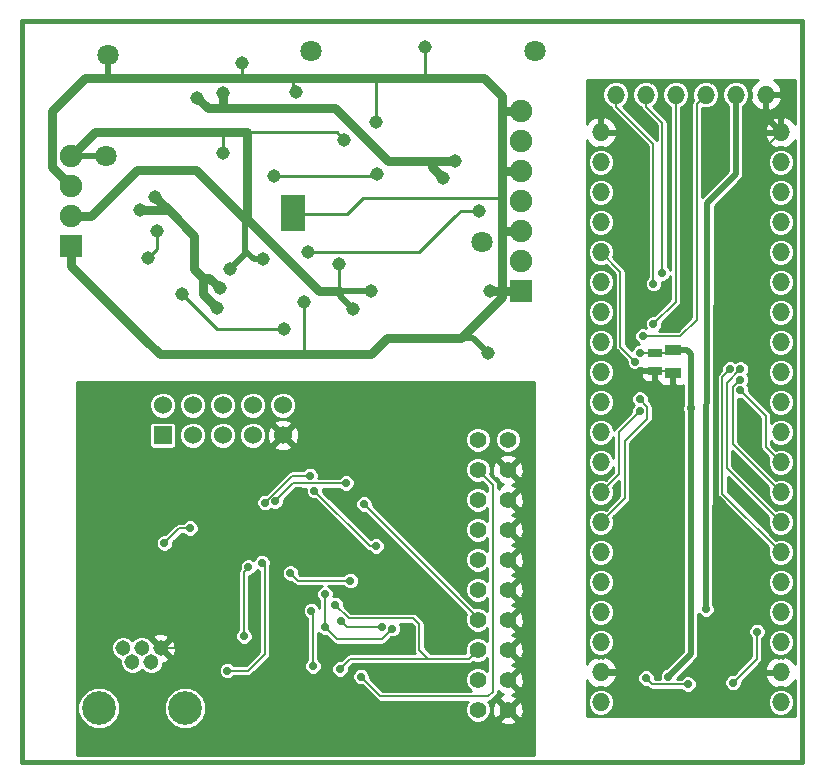
<source format=gbl>
G04 (created by PCBNEW-RS274X (2010-03-14)-final) date jue 03 nov 2011 22:05:38 ART*
G01*
G70*
G90*
%MOIN*%
G04 Gerber Fmt 3.4, Leading zero omitted, Abs format*
%FSLAX34Y34*%
G04 APERTURE LIST*
%ADD10C,0.000100*%
%ADD11C,0.015000*%
%ADD12R,0.055000X0.035000*%
%ADD13R,0.045000X0.025000*%
%ADD14O,0.060000X0.060000*%
%ADD15C,0.051400*%
%ADD16C,0.112200*%
%ADD17C,0.056000*%
%ADD18R,0.060000X0.060000*%
%ADD19C,0.060000*%
%ADD20R,0.075000X0.075000*%
%ADD21C,0.075000*%
%ADD22R,0.040000X0.040000*%
%ADD23C,0.070900*%
%ADD24C,0.045000*%
%ADD25C,0.028000*%
%ADD26C,0.030000*%
%ADD27C,0.010000*%
%ADD28C,0.020000*%
%ADD29C,0.006000*%
G04 APERTURE END LIST*
G54D10*
G54D11*
X41250Y-29200D02*
X41400Y-29200D01*
X41250Y-53900D02*
X41250Y-29200D01*
X41400Y-53900D02*
X41250Y-53900D01*
X41550Y-53900D02*
X41400Y-53900D01*
X41700Y-53900D02*
X41550Y-53900D01*
X41850Y-53900D02*
X41700Y-53900D01*
X67250Y-53900D02*
X41850Y-53900D01*
X67250Y-29200D02*
X67250Y-53900D01*
X67150Y-29200D02*
X67250Y-29200D01*
X41300Y-29200D02*
X67150Y-29200D01*
G54D12*
X62950Y-40175D03*
X62950Y-40925D03*
G54D13*
X62350Y-40250D03*
X62350Y-40850D03*
G54D14*
X66550Y-51900D03*
X66550Y-50900D03*
X66550Y-49900D03*
X66550Y-48900D03*
X66550Y-47900D03*
X66550Y-46900D03*
X66550Y-45900D03*
X66550Y-44900D03*
X66550Y-43900D03*
X66550Y-42900D03*
X66550Y-41900D03*
X66550Y-40900D03*
X66550Y-39900D03*
X66550Y-38900D03*
X66550Y-37900D03*
X66550Y-36900D03*
X66550Y-35900D03*
X66550Y-34900D03*
X66550Y-33900D03*
X66550Y-32900D03*
X60550Y-51900D03*
X60550Y-50900D03*
X60550Y-49900D03*
X60550Y-48900D03*
X60550Y-47900D03*
X60550Y-46900D03*
X60550Y-45900D03*
X60550Y-44900D03*
X60550Y-43900D03*
X60550Y-42900D03*
X60550Y-41900D03*
X60550Y-40900D03*
X60550Y-39900D03*
X60550Y-38900D03*
X60550Y-37900D03*
X60550Y-36900D03*
X60550Y-35900D03*
X60550Y-34900D03*
X60550Y-33900D03*
X60550Y-32900D03*
X61050Y-31650D03*
X62050Y-31650D03*
X63050Y-31650D03*
X64050Y-31650D03*
X65050Y-31650D03*
X66050Y-31650D03*
G54D15*
X45250Y-50093D03*
X44936Y-50565D03*
X45879Y-50093D03*
X45564Y-50565D03*
G54D16*
X46687Y-52100D03*
X43813Y-52100D03*
G54D15*
X44621Y-50093D03*
G54D17*
X56450Y-43150D03*
X57450Y-43150D03*
X56450Y-44150D03*
X57450Y-44150D03*
X56450Y-45150D03*
X57450Y-45150D03*
X56450Y-46150D03*
X57450Y-46150D03*
X56450Y-47150D03*
X57450Y-47150D03*
X56450Y-48150D03*
X57450Y-48150D03*
X56450Y-49150D03*
X57450Y-49150D03*
X56450Y-50150D03*
X57450Y-50150D03*
X56450Y-51150D03*
X57450Y-51150D03*
X56450Y-52150D03*
X57450Y-52150D03*
G54D18*
X45950Y-43000D03*
G54D19*
X45950Y-42000D03*
X46950Y-43000D03*
X46950Y-42000D03*
X47950Y-43000D03*
X47950Y-42000D03*
X48950Y-43000D03*
X48950Y-42000D03*
X49950Y-43000D03*
X49950Y-42000D03*
G54D20*
X57900Y-38200D03*
G54D21*
X57900Y-37200D03*
X57900Y-36200D03*
X57900Y-35200D03*
X57900Y-34200D03*
X57900Y-33200D03*
X57900Y-32200D03*
G54D20*
X42900Y-36700D03*
G54D21*
X42900Y-35700D03*
X42900Y-34700D03*
X42900Y-33700D03*
G54D22*
X50100Y-35200D03*
X50100Y-35600D03*
X50100Y-36000D03*
X50500Y-36000D03*
X50500Y-35600D03*
X50500Y-35200D03*
G54D23*
X56600Y-36550D03*
X58350Y-30200D03*
X44050Y-33700D03*
X50900Y-30200D03*
X44125Y-30325D03*
G54D24*
X52000Y-33150D03*
X47950Y-33600D03*
X49300Y-37125D03*
X52900Y-38200D03*
X52300Y-38800D03*
X51825Y-37300D03*
X48200Y-37450D03*
X49650Y-34350D03*
X53075Y-34300D03*
X45450Y-37100D03*
X45750Y-36200D03*
X47100Y-31750D03*
X47950Y-31600D03*
X55700Y-33850D03*
X55300Y-34425D03*
X56500Y-35525D03*
X50800Y-36900D03*
G54D25*
X64850Y-40800D03*
X65200Y-40800D03*
X65200Y-41150D03*
X65200Y-41500D03*
X61700Y-40550D03*
X61850Y-41800D03*
X61850Y-42200D03*
X65150Y-39450D03*
X61850Y-40850D03*
X62950Y-47950D03*
X62950Y-42000D03*
X62750Y-49750D03*
X51350Y-48300D03*
X53600Y-49450D03*
X51350Y-49400D03*
X53250Y-49400D03*
X51900Y-49200D03*
X52200Y-47850D03*
X50200Y-47600D03*
X50850Y-44350D03*
X49350Y-45250D03*
X51850Y-50800D03*
X51700Y-48650D03*
X61950Y-39700D03*
X53050Y-46700D03*
X51000Y-44850D03*
X62600Y-37600D03*
X62300Y-39300D03*
X52650Y-45300D03*
X62300Y-37950D03*
X52550Y-51050D03*
X52050Y-44600D03*
X49700Y-45200D03*
X61850Y-40250D03*
X62800Y-51050D03*
X63550Y-42110D03*
X50950Y-50700D03*
X50900Y-48850D03*
X64050Y-48800D03*
G54D24*
X54700Y-30050D03*
X53050Y-32550D03*
X50650Y-38550D03*
X56850Y-38200D03*
X48600Y-30600D03*
X50375Y-31575D03*
X56800Y-40250D03*
G54D25*
X43900Y-47600D03*
X47850Y-46900D03*
X49600Y-46700D03*
G54D24*
X45700Y-35050D03*
X45200Y-35500D03*
X47750Y-38775D03*
X47850Y-38100D03*
X50000Y-39450D03*
X46600Y-38300D03*
G54D25*
X48650Y-49700D03*
X48800Y-47400D03*
X48100Y-50850D03*
X49250Y-47250D03*
X64950Y-51250D03*
X65750Y-49550D03*
X62050Y-51100D03*
X63450Y-51300D03*
X46850Y-46100D03*
X46000Y-46600D03*
G54D26*
X48750Y-35800D02*
X48700Y-35750D01*
X48700Y-35750D02*
X48775Y-35825D01*
X48775Y-35825D02*
X49675Y-36725D01*
X51850Y-38200D02*
X51850Y-38200D01*
X51850Y-38200D02*
X51850Y-38200D01*
X51850Y-38200D02*
X51150Y-38200D01*
X49675Y-36725D02*
X51150Y-38200D01*
X45075Y-34175D02*
X45950Y-34175D01*
X45950Y-34175D02*
X45925Y-34175D01*
X43550Y-35700D02*
X45075Y-34175D01*
X43550Y-35700D02*
X42900Y-35700D01*
G54D27*
X51750Y-32900D02*
X52000Y-33150D01*
X51750Y-32900D02*
X48750Y-32900D01*
X47950Y-33600D02*
X47950Y-32900D01*
X49675Y-36725D02*
X49675Y-36750D01*
G54D28*
X48700Y-36850D02*
X48700Y-36825D01*
X48975Y-37125D02*
X48700Y-36850D01*
X49050Y-37125D02*
X48975Y-37125D01*
X49300Y-37125D02*
X49050Y-37125D01*
X48700Y-35750D02*
X48700Y-35850D01*
X48700Y-36825D02*
X48700Y-35850D01*
X51850Y-38200D02*
X52900Y-38200D01*
G54D26*
X48750Y-32900D02*
X47950Y-32900D01*
X47950Y-32900D02*
X45650Y-32900D01*
X45650Y-32900D02*
X45700Y-32900D01*
G54D28*
X42900Y-33700D02*
X44050Y-33700D01*
G54D26*
X45650Y-32900D02*
X43700Y-32900D01*
X43700Y-32900D02*
X42900Y-33700D01*
G54D28*
X51850Y-38250D02*
X51850Y-38200D01*
X51850Y-38350D02*
X51850Y-38250D01*
X52300Y-38800D02*
X51850Y-38350D01*
G54D27*
X51850Y-38200D02*
X51825Y-38200D01*
X51825Y-37300D02*
X51825Y-38200D01*
G54D28*
X48700Y-36950D02*
X48700Y-36825D01*
X48700Y-36950D02*
X48200Y-37450D01*
G54D26*
X45950Y-34175D02*
X47050Y-34175D01*
X47050Y-34175D02*
X48775Y-35900D01*
X48750Y-32900D02*
X48750Y-35800D01*
X48750Y-35800D02*
X48775Y-35825D01*
G54D27*
X49750Y-34350D02*
X49650Y-34350D01*
X53075Y-34300D02*
X52975Y-34350D01*
X50525Y-34350D02*
X49750Y-34350D01*
X52975Y-34350D02*
X50525Y-34350D01*
X45750Y-36200D02*
X45750Y-36800D01*
X45750Y-36800D02*
X45450Y-37100D01*
X45750Y-36200D02*
X45750Y-36200D01*
G54D26*
X47950Y-32100D02*
X48250Y-32100D01*
X54450Y-33850D02*
X54925Y-33850D01*
X54925Y-33850D02*
X54875Y-33850D01*
X54875Y-33850D02*
X54850Y-33850D01*
X54850Y-33850D02*
X54850Y-33850D01*
X53450Y-33850D02*
X54450Y-33850D01*
X51700Y-32100D02*
X53450Y-33850D01*
X48250Y-32100D02*
X51700Y-32100D01*
X47950Y-32100D02*
X47900Y-32100D01*
X47900Y-32100D02*
X47450Y-32100D01*
X47450Y-32100D02*
X47100Y-31750D01*
X47950Y-31600D02*
X47950Y-32100D01*
X54875Y-33850D02*
X55700Y-33850D01*
X55300Y-34425D02*
X54925Y-34050D01*
X54925Y-34050D02*
X54925Y-33850D01*
G54D27*
X55700Y-35700D02*
X54500Y-36900D01*
X54500Y-36900D02*
X53850Y-36900D01*
X53750Y-36900D02*
X50800Y-36900D01*
X53750Y-36900D02*
X53850Y-36900D01*
X56500Y-35525D02*
X55875Y-35525D01*
X55875Y-35525D02*
X55700Y-35700D01*
G54D29*
X64850Y-40800D02*
X64600Y-41050D01*
X64600Y-41050D02*
X64600Y-44950D01*
X64600Y-44950D02*
X66550Y-46900D01*
X65200Y-40800D02*
X64750Y-41250D01*
X64750Y-41250D02*
X64750Y-44100D01*
X64750Y-44100D02*
X66550Y-45900D01*
X65200Y-41150D02*
X64950Y-41400D01*
X64950Y-41400D02*
X64950Y-43300D01*
X64950Y-43300D02*
X66550Y-44900D01*
X65200Y-41500D02*
X66050Y-42350D01*
X66050Y-42350D02*
X66050Y-43400D01*
X66050Y-43400D02*
X66550Y-43900D01*
X61700Y-40550D02*
X61200Y-40050D01*
X61200Y-40050D02*
X61200Y-37550D01*
X61200Y-37550D02*
X60550Y-36900D01*
X61850Y-41800D02*
X62100Y-42050D01*
X62100Y-42050D02*
X62100Y-42450D01*
X62100Y-42450D02*
X61350Y-43200D01*
X61350Y-43200D02*
X61350Y-45100D01*
X61350Y-45100D02*
X60550Y-45900D01*
X61850Y-42200D02*
X61150Y-42900D01*
X61150Y-42900D02*
X61150Y-44300D01*
X61150Y-44300D02*
X60550Y-44900D01*
G54D28*
X66050Y-32400D02*
X66550Y-32900D01*
X66050Y-31650D02*
X66050Y-32400D01*
G54D29*
X65150Y-39450D02*
X66100Y-38500D01*
X66100Y-38500D02*
X66100Y-33350D01*
X66100Y-33350D02*
X66550Y-32900D01*
X61850Y-40850D02*
X62350Y-40850D01*
X62875Y-40850D02*
X62950Y-40925D01*
X62350Y-40850D02*
X62875Y-40850D01*
G54D28*
X62950Y-41500D02*
X62950Y-40925D01*
X62950Y-47900D02*
X62950Y-41500D01*
X62950Y-47950D02*
X62950Y-47900D01*
G54D29*
X62950Y-42000D02*
X62950Y-41500D01*
G54D28*
X61600Y-50900D02*
X60550Y-50900D01*
X62750Y-49750D02*
X61600Y-50900D01*
G54D29*
X51350Y-48300D02*
X51350Y-49400D01*
X53250Y-49800D02*
X53600Y-49450D01*
X51750Y-49800D02*
X53250Y-49800D01*
X51350Y-49400D02*
X51750Y-49800D01*
X52100Y-49400D02*
X53250Y-49400D01*
X51900Y-49200D02*
X52100Y-49400D01*
X50450Y-47850D02*
X52200Y-47850D01*
X50200Y-47600D02*
X50450Y-47850D01*
X50250Y-44350D02*
X50850Y-44350D01*
X49350Y-45250D02*
X50250Y-44350D01*
X54500Y-50150D02*
X54800Y-50450D01*
X54800Y-50450D02*
X54850Y-50450D01*
X52200Y-50450D02*
X54850Y-50450D01*
X51850Y-50800D02*
X52200Y-50450D01*
X54850Y-50450D02*
X56150Y-50450D01*
X56150Y-50450D02*
X56450Y-50150D01*
X53600Y-49100D02*
X54300Y-49100D01*
X54500Y-49300D02*
X54500Y-50150D01*
X54300Y-49100D02*
X54500Y-49300D01*
X52150Y-49100D02*
X53600Y-49100D01*
X51700Y-48650D02*
X52150Y-49100D01*
X61950Y-39700D02*
X63200Y-39700D01*
X63200Y-39700D02*
X63750Y-39150D01*
X63750Y-39150D02*
X63750Y-31950D01*
X63750Y-31950D02*
X64050Y-31650D01*
X52850Y-46700D02*
X53050Y-46700D01*
X51000Y-44850D02*
X52850Y-46700D01*
X62600Y-37600D02*
X62600Y-32600D01*
X62600Y-32600D02*
X62050Y-32050D01*
X62050Y-32050D02*
X62050Y-31650D01*
X62300Y-39300D02*
X63050Y-38550D01*
X63050Y-38550D02*
X63050Y-31650D01*
X56450Y-49150D02*
X56450Y-49100D01*
X56450Y-49100D02*
X52650Y-45300D01*
X62300Y-37950D02*
X62300Y-33300D01*
X62300Y-33300D02*
X61050Y-32050D01*
X61050Y-32050D02*
X61050Y-31650D01*
X56950Y-44650D02*
X56450Y-44150D01*
X56950Y-51550D02*
X56950Y-44650D01*
X56800Y-51700D02*
X56950Y-51550D01*
X53200Y-51700D02*
X56800Y-51700D01*
X52550Y-51050D02*
X53200Y-51700D01*
X50300Y-44600D02*
X52050Y-44600D01*
X49700Y-45200D02*
X50300Y-44600D01*
X61850Y-40250D02*
X62350Y-40250D01*
X62875Y-40250D02*
X62950Y-40175D01*
X62350Y-40250D02*
X62875Y-40250D01*
G54D28*
X63550Y-40300D02*
X63425Y-40175D01*
X63550Y-41850D02*
X63550Y-40300D01*
X62950Y-40175D02*
X63425Y-40175D01*
X63550Y-50300D02*
X63550Y-41850D01*
X63550Y-50300D02*
X62800Y-51050D01*
G54D29*
X63550Y-42110D02*
X63550Y-41850D01*
X50950Y-48900D02*
X50950Y-50700D01*
X50900Y-48850D02*
X50950Y-48900D01*
G54D28*
X65050Y-34300D02*
X65050Y-31650D01*
X64100Y-35250D02*
X65050Y-34300D01*
X64050Y-48800D02*
X64100Y-35250D01*
G54D27*
X50500Y-35600D02*
X50100Y-35600D01*
X50100Y-35600D02*
X50100Y-35200D01*
X50100Y-35200D02*
X50500Y-35200D01*
X50500Y-35200D02*
X50500Y-35600D01*
X50500Y-35600D02*
X50500Y-36000D01*
X50500Y-36000D02*
X50100Y-36000D01*
X50100Y-36000D02*
X50100Y-35600D01*
X50100Y-35600D02*
X50100Y-36000D01*
X50100Y-36000D02*
X50500Y-36000D01*
X54700Y-30050D02*
X54700Y-31100D01*
X53050Y-32525D02*
X53050Y-32550D01*
X53050Y-32525D02*
X53050Y-31100D01*
G54D26*
X53600Y-31100D02*
X53050Y-31100D01*
X53600Y-31100D02*
X54700Y-31100D01*
X53050Y-31100D02*
X50300Y-31100D01*
X50300Y-31100D02*
X49750Y-31100D01*
X49750Y-31100D02*
X49850Y-31100D01*
X49850Y-31100D02*
X49350Y-31100D01*
X49350Y-31100D02*
X48600Y-31100D01*
X48600Y-31100D02*
X48650Y-31100D01*
X48650Y-31100D02*
X46450Y-31100D01*
X46450Y-31100D02*
X46500Y-31100D01*
X54700Y-31100D02*
X56650Y-31100D01*
X57250Y-31700D02*
X56650Y-31100D01*
X57250Y-31700D02*
X57250Y-32200D01*
X57250Y-32200D02*
X57250Y-34200D01*
X57250Y-34200D02*
X57250Y-35100D01*
X57250Y-35100D02*
X57250Y-35050D01*
X57250Y-35050D02*
X57250Y-35100D01*
X57250Y-35100D02*
X57250Y-35175D01*
X57250Y-35175D02*
X57250Y-36200D01*
X57250Y-36200D02*
X57250Y-38150D01*
X57250Y-38150D02*
X57250Y-38200D01*
X55900Y-39750D02*
X53425Y-39750D01*
X53425Y-39750D02*
X53450Y-39750D01*
X57250Y-38400D02*
X55900Y-39750D01*
X57250Y-38200D02*
X57250Y-38400D01*
X42900Y-37350D02*
X42900Y-36700D01*
X45300Y-39750D02*
X42900Y-37350D01*
X45300Y-39750D02*
X45300Y-39750D01*
G54D27*
X50650Y-40275D02*
X50650Y-40300D01*
X50650Y-39750D02*
X50650Y-40275D01*
X50650Y-38550D02*
X50650Y-39750D01*
G54D26*
X57250Y-38200D02*
X57150Y-38200D01*
X57150Y-38200D02*
X56850Y-38200D01*
X46450Y-31100D02*
X44450Y-31100D01*
X44450Y-31100D02*
X44125Y-31100D01*
X44125Y-31100D02*
X43350Y-31100D01*
X43350Y-31100D02*
X42250Y-32200D01*
X42250Y-32200D02*
X42250Y-34050D01*
X42250Y-34050D02*
X42900Y-34700D01*
G54D27*
X48600Y-31100D02*
X48600Y-30600D01*
X50300Y-31100D02*
X50300Y-31500D01*
X50300Y-31500D02*
X50375Y-31575D01*
G54D28*
X56800Y-40250D02*
X56300Y-39750D01*
X56300Y-39750D02*
X55950Y-39750D01*
X55950Y-39750D02*
X55950Y-39700D01*
G54D26*
X57900Y-32200D02*
X57250Y-32200D01*
X57900Y-34200D02*
X57250Y-34200D01*
X57900Y-36200D02*
X57250Y-36200D01*
X57250Y-38200D02*
X57900Y-38200D01*
G54D27*
X57250Y-35100D02*
X52625Y-35100D01*
X52625Y-35100D02*
X52100Y-35625D01*
X52100Y-35625D02*
X52110Y-35615D01*
X52110Y-35615D02*
X52110Y-35615D01*
X52110Y-35615D02*
X52125Y-35600D01*
G54D26*
X53425Y-39750D02*
X52875Y-40300D01*
X52875Y-40300D02*
X50650Y-40300D01*
X45850Y-40300D02*
X45300Y-39750D01*
X50650Y-40300D02*
X45850Y-40300D01*
G54D28*
X44125Y-30325D02*
X44125Y-31075D01*
X44125Y-31075D02*
X44125Y-31100D01*
G54D27*
X52100Y-35625D02*
X50525Y-35625D01*
X50525Y-35625D02*
X50500Y-35600D01*
G54D29*
X43900Y-47600D02*
X47850Y-47600D01*
X45879Y-50093D02*
X47257Y-50093D01*
X47257Y-50093D02*
X47850Y-49500D01*
X47850Y-49500D02*
X47850Y-47600D01*
X47850Y-47600D02*
X47850Y-46900D01*
X48050Y-46700D02*
X47850Y-46900D01*
X48050Y-46700D02*
X49600Y-46700D01*
G54D26*
X47000Y-36350D02*
X46150Y-35500D01*
X47300Y-37750D02*
X47000Y-37450D01*
X47000Y-37450D02*
X47000Y-36350D01*
X46150Y-35500D02*
X45700Y-35050D01*
X45200Y-35500D02*
X46150Y-35500D01*
X47300Y-37750D02*
X47300Y-38300D01*
X47300Y-38300D02*
X47750Y-38775D01*
X47850Y-38100D02*
X47500Y-37750D01*
X47500Y-37750D02*
X47300Y-37750D01*
G54D27*
X50000Y-39450D02*
X50000Y-39450D01*
X47750Y-39450D02*
X50000Y-39450D01*
X47750Y-39450D02*
X46600Y-38300D01*
G54D29*
X48650Y-47550D02*
X48650Y-49700D01*
X48800Y-47400D02*
X48650Y-47550D01*
X49350Y-49600D02*
X49350Y-50300D01*
X48800Y-50850D02*
X48100Y-50850D01*
X49350Y-50300D02*
X48800Y-50850D01*
X49350Y-47350D02*
X49350Y-49600D01*
X49250Y-47250D02*
X49350Y-47350D01*
X64950Y-51250D02*
X65750Y-50450D01*
X65750Y-50450D02*
X65750Y-49550D01*
X62050Y-51100D02*
X62250Y-51300D01*
X62250Y-51300D02*
X63450Y-51300D01*
X46500Y-46100D02*
X46850Y-46100D01*
X46000Y-46600D02*
X46500Y-46100D01*
G54D27*
X60075Y-52375D02*
X60075Y-51178D01*
X60075Y-50623D02*
X60075Y-33178D01*
X60075Y-32623D02*
X60075Y-31175D01*
X60155Y-52375D02*
X60155Y-52106D01*
X60155Y-51694D02*
X60155Y-51281D01*
X60155Y-50518D02*
X60155Y-50106D01*
X60155Y-49694D02*
X60155Y-49106D01*
X60155Y-48694D02*
X60155Y-48106D01*
X60155Y-47694D02*
X60155Y-47106D01*
X60155Y-46694D02*
X60155Y-46106D01*
X60155Y-45694D02*
X60155Y-45106D01*
X60155Y-44694D02*
X60155Y-44106D01*
X60155Y-43694D02*
X60155Y-43106D01*
X60155Y-42694D02*
X60155Y-42106D01*
X60155Y-41694D02*
X60155Y-41106D01*
X60155Y-40694D02*
X60155Y-40106D01*
X60155Y-39694D02*
X60155Y-39106D01*
X60155Y-38694D02*
X60155Y-38106D01*
X60155Y-37694D02*
X60155Y-37106D01*
X60155Y-36694D02*
X60155Y-36106D01*
X60155Y-35694D02*
X60155Y-35106D01*
X60155Y-34694D02*
X60155Y-34106D01*
X60155Y-33694D02*
X60155Y-33281D01*
X60155Y-32518D02*
X60155Y-31175D01*
X60235Y-52375D02*
X60235Y-52216D01*
X60235Y-51584D02*
X60235Y-51353D01*
X60235Y-50446D02*
X60235Y-50216D01*
X60235Y-49584D02*
X60235Y-49216D01*
X60235Y-48584D02*
X60235Y-48216D01*
X60235Y-47584D02*
X60235Y-47216D01*
X60235Y-46584D02*
X60235Y-46216D01*
X60235Y-45584D02*
X60235Y-45216D01*
X60235Y-44584D02*
X60235Y-44216D01*
X60235Y-43584D02*
X60235Y-43216D01*
X60235Y-42584D02*
X60235Y-42216D01*
X60235Y-41584D02*
X60235Y-41216D01*
X60235Y-40584D02*
X60235Y-40216D01*
X60235Y-39584D02*
X60235Y-39216D01*
X60235Y-38584D02*
X60235Y-38216D01*
X60235Y-37584D02*
X60235Y-37216D01*
X60235Y-36584D02*
X60235Y-36216D01*
X60235Y-35584D02*
X60235Y-35216D01*
X60235Y-34584D02*
X60235Y-34216D01*
X60235Y-33584D02*
X60235Y-33353D01*
X60235Y-32446D02*
X60235Y-31175D01*
X60315Y-52375D02*
X60315Y-52287D01*
X60315Y-51512D02*
X60315Y-51397D01*
X60315Y-50402D02*
X60315Y-50287D01*
X60315Y-49512D02*
X60315Y-49287D01*
X60315Y-48512D02*
X60315Y-48287D01*
X60315Y-47512D02*
X60315Y-47287D01*
X60315Y-46512D02*
X60315Y-46287D01*
X60315Y-45512D02*
X60315Y-45287D01*
X60315Y-44512D02*
X60315Y-44287D01*
X60315Y-43512D02*
X60315Y-43287D01*
X60315Y-42512D02*
X60315Y-42287D01*
X60315Y-41512D02*
X60315Y-41287D01*
X60315Y-40512D02*
X60315Y-40287D01*
X60315Y-39512D02*
X60315Y-39287D01*
X60315Y-38512D02*
X60315Y-38287D01*
X60315Y-37512D02*
X60315Y-37287D01*
X60315Y-36512D02*
X60315Y-36287D01*
X60315Y-35512D02*
X60315Y-35287D01*
X60315Y-34512D02*
X60315Y-34287D01*
X60315Y-33512D02*
X60315Y-33397D01*
X60315Y-32402D02*
X60315Y-31175D01*
X60395Y-52375D02*
X60395Y-52320D01*
X60395Y-51479D02*
X60395Y-51425D01*
X60395Y-50374D02*
X60395Y-50320D01*
X60395Y-49479D02*
X60395Y-49320D01*
X60395Y-48479D02*
X60395Y-48320D01*
X60395Y-47479D02*
X60395Y-47320D01*
X60395Y-46479D02*
X60395Y-46320D01*
X60395Y-45479D02*
X60395Y-45320D01*
X60395Y-44479D02*
X60395Y-44320D01*
X60395Y-43479D02*
X60395Y-43320D01*
X60395Y-42479D02*
X60395Y-42320D01*
X60395Y-41479D02*
X60395Y-41320D01*
X60395Y-40479D02*
X60395Y-40320D01*
X60395Y-39479D02*
X60395Y-39320D01*
X60395Y-38479D02*
X60395Y-38320D01*
X60395Y-37479D02*
X60395Y-37320D01*
X60395Y-36479D02*
X60395Y-36320D01*
X60395Y-35479D02*
X60395Y-35320D01*
X60395Y-34479D02*
X60395Y-34320D01*
X60395Y-33479D02*
X60395Y-33425D01*
X60395Y-32374D02*
X60395Y-31175D01*
X60475Y-52375D02*
X60475Y-52349D01*
X60475Y-51451D02*
X60475Y-51399D01*
X60475Y-50402D02*
X60475Y-50349D01*
X60475Y-49451D02*
X60475Y-49349D01*
X60475Y-48451D02*
X60475Y-48349D01*
X60475Y-47451D02*
X60475Y-47349D01*
X60475Y-46451D02*
X60475Y-46349D01*
X60475Y-45451D02*
X60475Y-45349D01*
X60475Y-44451D02*
X60475Y-44349D01*
X60475Y-43451D02*
X60475Y-43349D01*
X60475Y-42451D02*
X60475Y-42349D01*
X60475Y-41451D02*
X60475Y-41349D01*
X60475Y-40451D02*
X60475Y-40349D01*
X60475Y-39451D02*
X60475Y-39349D01*
X60475Y-38451D02*
X60475Y-38349D01*
X60475Y-37451D02*
X60475Y-37349D01*
X60475Y-36451D02*
X60475Y-36349D01*
X60475Y-35451D02*
X60475Y-35349D01*
X60475Y-34451D02*
X60475Y-34349D01*
X60475Y-33451D02*
X60475Y-33399D01*
X60475Y-32402D02*
X60475Y-31175D01*
X60555Y-52375D02*
X60555Y-52349D01*
X60555Y-51451D02*
X60555Y-51400D01*
X60555Y-50950D02*
X60555Y-50850D01*
X60555Y-50400D02*
X60555Y-50349D01*
X60555Y-49451D02*
X60555Y-49349D01*
X60555Y-48451D02*
X60555Y-48349D01*
X60555Y-47451D02*
X60555Y-47349D01*
X60555Y-46451D02*
X60555Y-46349D01*
X60555Y-45451D02*
X60555Y-45349D01*
X60555Y-44451D02*
X60555Y-44349D01*
X60555Y-43451D02*
X60555Y-43349D01*
X60555Y-42451D02*
X60555Y-42349D01*
X60555Y-41451D02*
X60555Y-41349D01*
X60555Y-40451D02*
X60555Y-40349D01*
X60555Y-39451D02*
X60555Y-39349D01*
X60555Y-38451D02*
X60555Y-38349D01*
X60555Y-37451D02*
X60555Y-37349D01*
X60555Y-36451D02*
X60555Y-36349D01*
X60555Y-35451D02*
X60555Y-35349D01*
X60555Y-34451D02*
X60555Y-34349D01*
X60555Y-33451D02*
X60555Y-33400D01*
X60555Y-32950D02*
X60555Y-31175D01*
X60635Y-52375D02*
X60635Y-52349D01*
X60635Y-51451D02*
X60635Y-51404D01*
X60635Y-50950D02*
X60635Y-50850D01*
X60635Y-50395D02*
X60635Y-50349D01*
X60635Y-49451D02*
X60635Y-49349D01*
X60635Y-48451D02*
X60635Y-48349D01*
X60635Y-47451D02*
X60635Y-47349D01*
X60635Y-46451D02*
X60635Y-46349D01*
X60635Y-45451D02*
X60635Y-45349D01*
X60635Y-44451D02*
X60635Y-44349D01*
X60635Y-43451D02*
X60635Y-43349D01*
X60635Y-42451D02*
X60635Y-42349D01*
X60635Y-41451D02*
X60635Y-41349D01*
X60635Y-40451D02*
X60635Y-40349D01*
X60635Y-39451D02*
X60635Y-39349D01*
X60635Y-38451D02*
X60635Y-38349D01*
X60635Y-37451D02*
X60635Y-37349D01*
X60635Y-36451D02*
X60635Y-36349D01*
X60635Y-35451D02*
X60635Y-35349D01*
X60635Y-34451D02*
X60635Y-34349D01*
X60635Y-33451D02*
X60635Y-33404D01*
X60635Y-32950D02*
X60635Y-32850D01*
X60635Y-32395D02*
X60635Y-31819D01*
X60635Y-31481D02*
X60635Y-31175D01*
X60715Y-52375D02*
X60715Y-52317D01*
X60715Y-51484D02*
X60715Y-51422D01*
X60715Y-50950D02*
X60715Y-50850D01*
X60715Y-50379D02*
X60715Y-50317D01*
X60715Y-49484D02*
X60715Y-49317D01*
X60715Y-48484D02*
X60715Y-48317D01*
X60715Y-47484D02*
X60715Y-47317D01*
X60715Y-46484D02*
X60715Y-46317D01*
X60715Y-45481D02*
X60715Y-45317D01*
X60715Y-44481D02*
X60715Y-44317D01*
X60715Y-43484D02*
X60715Y-43317D01*
X60715Y-42484D02*
X60715Y-42317D01*
X60715Y-41484D02*
X60715Y-41317D01*
X60715Y-40484D02*
X60715Y-40317D01*
X60715Y-39484D02*
X60715Y-39317D01*
X60715Y-38484D02*
X60715Y-38317D01*
X60715Y-37484D02*
X60715Y-37320D01*
X60715Y-36484D02*
X60715Y-36317D01*
X60715Y-35484D02*
X60715Y-35317D01*
X60715Y-34484D02*
X60715Y-34317D01*
X60715Y-33484D02*
X60715Y-33422D01*
X60715Y-32950D02*
X60715Y-32850D01*
X60715Y-32379D02*
X60715Y-31946D01*
X60715Y-31354D02*
X60715Y-31175D01*
X60795Y-52375D02*
X60795Y-52284D01*
X60795Y-51517D02*
X60795Y-51395D01*
X60795Y-50950D02*
X60795Y-50850D01*
X60795Y-50406D02*
X60795Y-50284D01*
X60795Y-49517D02*
X60795Y-49284D01*
X60795Y-48517D02*
X60795Y-48284D01*
X60795Y-47517D02*
X60795Y-47284D01*
X60795Y-46517D02*
X60795Y-46284D01*
X60795Y-45401D02*
X60795Y-45284D01*
X60795Y-44401D02*
X60795Y-44284D01*
X60795Y-43517D02*
X60795Y-43284D01*
X60795Y-42517D02*
X60795Y-42284D01*
X60795Y-41517D02*
X60795Y-41284D01*
X60795Y-40517D02*
X60795Y-40284D01*
X60795Y-39517D02*
X60795Y-39284D01*
X60795Y-38517D02*
X60795Y-38284D01*
X60795Y-37517D02*
X60795Y-37400D01*
X60795Y-36517D02*
X60795Y-36284D01*
X60795Y-35517D02*
X60795Y-35284D01*
X60795Y-34517D02*
X60795Y-34284D01*
X60795Y-33517D02*
X60795Y-33395D01*
X60795Y-32950D02*
X60795Y-32850D01*
X60795Y-32406D02*
X60795Y-32024D01*
X60795Y-31275D02*
X60795Y-31175D01*
X60875Y-52375D02*
X60875Y-52206D01*
X60875Y-51594D02*
X60875Y-51345D01*
X60875Y-50950D02*
X60875Y-50850D01*
X60875Y-50456D02*
X60875Y-50206D01*
X60875Y-49594D02*
X60875Y-49206D01*
X60875Y-48594D02*
X60875Y-48206D01*
X60875Y-47594D02*
X60875Y-47206D01*
X60875Y-46594D02*
X60875Y-46206D01*
X60875Y-45321D02*
X60875Y-45206D01*
X60875Y-44321D02*
X60875Y-44206D01*
X60875Y-43594D02*
X60875Y-43206D01*
X60875Y-42594D02*
X60875Y-42206D01*
X60875Y-41594D02*
X60875Y-41206D01*
X60875Y-40594D02*
X60875Y-40206D01*
X60875Y-39594D02*
X60875Y-39206D01*
X60875Y-38594D02*
X60875Y-38206D01*
X60875Y-37594D02*
X60875Y-37480D01*
X60875Y-36594D02*
X60875Y-36206D01*
X60875Y-35594D02*
X60875Y-35206D01*
X60875Y-34594D02*
X60875Y-34206D01*
X60875Y-33594D02*
X60875Y-33345D01*
X60875Y-32950D02*
X60875Y-32850D01*
X60875Y-32456D02*
X60875Y-32076D01*
X60875Y-31242D02*
X60875Y-31175D01*
X60955Y-52375D02*
X60955Y-52082D01*
X60955Y-51718D02*
X60955Y-51273D01*
X60955Y-50950D02*
X60955Y-50850D01*
X60955Y-50528D02*
X60955Y-50082D01*
X60955Y-49718D02*
X60955Y-49082D01*
X60955Y-48718D02*
X60955Y-48082D01*
X60955Y-47718D02*
X60955Y-47082D01*
X60955Y-46718D02*
X60955Y-46082D01*
X60955Y-45241D02*
X60955Y-45082D01*
X60955Y-44241D02*
X60955Y-44083D01*
X60955Y-43719D02*
X60955Y-43083D01*
X60955Y-42718D02*
X60955Y-42082D01*
X60955Y-41718D02*
X60955Y-41082D01*
X60955Y-40718D02*
X60955Y-40082D01*
X60955Y-39718D02*
X60955Y-39082D01*
X60955Y-38718D02*
X60955Y-38082D01*
X60955Y-37718D02*
X60955Y-37560D01*
X60955Y-36718D02*
X60955Y-36082D01*
X60955Y-35718D02*
X60955Y-35082D01*
X60955Y-34718D02*
X60955Y-34082D01*
X60955Y-33718D02*
X60955Y-33273D01*
X60955Y-32950D02*
X60955Y-32850D01*
X60955Y-32528D02*
X60955Y-32210D01*
X60955Y-31209D02*
X60955Y-31175D01*
X61035Y-52375D02*
X61035Y-51157D01*
X61035Y-50950D02*
X61035Y-50850D01*
X61035Y-50644D02*
X61035Y-45670D01*
X61035Y-45161D02*
X61035Y-44670D01*
X61035Y-42761D02*
X61035Y-40120D01*
X61035Y-37132D02*
X61035Y-33157D01*
X61035Y-32950D02*
X61035Y-32850D01*
X61035Y-32644D02*
X61035Y-32290D01*
X61035Y-31209D02*
X61035Y-31175D01*
X61115Y-52375D02*
X61115Y-45590D01*
X61115Y-45081D02*
X61115Y-44590D01*
X61115Y-42681D02*
X61115Y-40219D01*
X61115Y-37212D02*
X61115Y-32370D01*
X61115Y-31209D02*
X61115Y-31175D01*
X61195Y-52375D02*
X61195Y-45510D01*
X61195Y-42601D02*
X61195Y-40299D01*
X61195Y-37292D02*
X61195Y-32450D01*
X61195Y-31230D02*
X61195Y-31175D01*
X61275Y-52375D02*
X61275Y-45430D01*
X61275Y-42521D02*
X61275Y-40379D01*
X61275Y-37372D02*
X61275Y-32530D01*
X61275Y-31264D02*
X61275Y-31175D01*
X61355Y-52375D02*
X61355Y-45350D01*
X61355Y-42441D02*
X61355Y-40459D01*
X61355Y-37465D02*
X61355Y-32610D01*
X61355Y-32101D02*
X61355Y-31976D01*
X61355Y-31324D02*
X61355Y-31175D01*
X61435Y-52375D02*
X61435Y-45270D01*
X61435Y-42361D02*
X61435Y-40664D01*
X61435Y-40032D02*
X61435Y-32690D01*
X61435Y-32181D02*
X61435Y-31891D01*
X61435Y-31409D02*
X61435Y-31175D01*
X61515Y-52375D02*
X61515Y-45171D01*
X61515Y-42281D02*
X61515Y-40773D01*
X61515Y-40112D02*
X61515Y-32771D01*
X61515Y-32261D02*
X61515Y-31175D01*
X61595Y-52375D02*
X61595Y-43210D01*
X61595Y-42060D02*
X61595Y-41938D01*
X61595Y-41660D02*
X61595Y-40819D01*
X61595Y-40110D02*
X61595Y-32851D01*
X61595Y-32341D02*
X61595Y-31175D01*
X61675Y-52375D02*
X61675Y-43130D01*
X61675Y-41566D02*
X61675Y-40839D01*
X61675Y-40016D02*
X61675Y-39790D01*
X61675Y-39608D02*
X61675Y-32931D01*
X61675Y-32421D02*
X61675Y-31906D01*
X61675Y-31394D02*
X61675Y-31175D01*
X61755Y-52375D02*
X61755Y-43050D01*
X61755Y-41526D02*
X61755Y-40839D01*
X61755Y-39976D02*
X61755Y-39913D01*
X61755Y-39486D02*
X61755Y-33011D01*
X61755Y-32501D02*
X61755Y-31986D01*
X61755Y-31314D02*
X61755Y-31175D01*
X61835Y-52375D02*
X61835Y-51293D01*
X61835Y-50906D02*
X61835Y-42970D01*
X61835Y-41511D02*
X61835Y-40807D01*
X61835Y-39435D02*
X61835Y-33090D01*
X61835Y-32581D02*
X61835Y-32041D01*
X61835Y-31258D02*
X61835Y-31175D01*
X61915Y-52375D02*
X61915Y-51357D01*
X61915Y-50843D02*
X61915Y-42890D01*
X61915Y-41514D02*
X61915Y-41117D01*
X61915Y-40922D02*
X61915Y-40778D01*
X61915Y-39411D02*
X61915Y-33170D01*
X61915Y-32661D02*
X61915Y-32165D01*
X61915Y-31225D02*
X61915Y-31175D01*
X61995Y-52375D02*
X61995Y-51389D01*
X61995Y-50811D02*
X61995Y-42810D01*
X61995Y-41548D02*
X61995Y-41190D01*
X61995Y-40900D02*
X61995Y-40800D01*
X61995Y-39411D02*
X61995Y-33250D01*
X61995Y-32741D02*
X61995Y-32250D01*
X61995Y-31209D02*
X61995Y-31175D01*
X62075Y-52375D02*
X62075Y-51389D01*
X62075Y-50811D02*
X62075Y-42730D01*
X62075Y-41617D02*
X62075Y-41224D01*
X62075Y-40900D02*
X62075Y-40800D01*
X62075Y-39116D02*
X62075Y-38133D01*
X62075Y-37766D02*
X62075Y-33330D01*
X62075Y-32821D02*
X62075Y-32330D01*
X62075Y-31209D02*
X62075Y-31175D01*
X62155Y-52375D02*
X62155Y-51448D01*
X62155Y-50831D02*
X62155Y-42650D01*
X62155Y-41851D02*
X62155Y-41224D01*
X62155Y-40900D02*
X62155Y-40800D01*
X62155Y-39047D02*
X62155Y-38202D01*
X62155Y-32901D02*
X62155Y-32410D01*
X62155Y-31213D02*
X62155Y-31175D01*
X62235Y-52375D02*
X62235Y-51476D01*
X62235Y-50877D02*
X62235Y-42566D01*
X62235Y-41935D02*
X62235Y-41224D01*
X62235Y-40900D02*
X62235Y-40800D01*
X62235Y-39014D02*
X62235Y-38236D01*
X62235Y-32981D02*
X62235Y-32490D01*
X62235Y-31247D02*
X62235Y-31175D01*
X62315Y-52375D02*
X62315Y-51480D01*
X62315Y-50986D02*
X62315Y-40800D01*
X62315Y-39011D02*
X62315Y-38239D01*
X62315Y-33061D02*
X62315Y-32570D01*
X62315Y-32061D02*
X62315Y-32016D01*
X62315Y-31284D02*
X62315Y-31175D01*
X62395Y-52375D02*
X62395Y-51480D01*
X62395Y-51120D02*
X62395Y-40800D01*
X62395Y-38950D02*
X62395Y-38224D01*
X62395Y-33141D02*
X62395Y-32650D01*
X62395Y-32141D02*
X62395Y-31936D01*
X62395Y-31364D02*
X62395Y-31175D01*
X62475Y-52375D02*
X62475Y-51480D01*
X62475Y-51120D02*
X62475Y-41252D01*
X62475Y-38870D02*
X62475Y-38184D01*
X62475Y-32221D02*
X62475Y-31796D01*
X62475Y-31505D02*
X62475Y-31175D01*
X62555Y-52375D02*
X62555Y-51480D01*
X62555Y-50886D02*
X62555Y-41319D01*
X62555Y-39520D02*
X62555Y-39440D01*
X62555Y-38790D02*
X62555Y-38090D01*
X62555Y-32301D02*
X62555Y-31175D01*
X62635Y-52375D02*
X62635Y-51480D01*
X62635Y-50806D02*
X62635Y-41349D01*
X62635Y-39520D02*
X62635Y-39220D01*
X62635Y-38710D02*
X62635Y-37889D01*
X62635Y-32381D02*
X62635Y-31819D01*
X62635Y-31481D02*
X62635Y-31175D01*
X62715Y-52375D02*
X62715Y-51480D01*
X62715Y-50772D02*
X62715Y-41349D01*
X62715Y-39520D02*
X62715Y-39140D01*
X62715Y-38630D02*
X62715Y-37865D01*
X62715Y-32461D02*
X62715Y-31946D01*
X62715Y-31354D02*
X62715Y-31175D01*
X62795Y-52375D02*
X62795Y-51480D01*
X62795Y-50701D02*
X62795Y-41349D01*
X62795Y-39520D02*
X62795Y-39060D01*
X62795Y-38550D02*
X62795Y-37814D01*
X62795Y-37387D02*
X62795Y-32024D01*
X62795Y-31275D02*
X62795Y-31175D01*
X62875Y-52375D02*
X62875Y-51480D01*
X62875Y-50621D02*
X62875Y-41313D01*
X62875Y-39520D02*
X62875Y-38980D01*
X62875Y-31242D02*
X62875Y-31175D01*
X62955Y-52375D02*
X62955Y-51480D01*
X62955Y-50541D02*
X62955Y-40875D01*
X62955Y-39520D02*
X62955Y-38900D01*
X62955Y-31209D02*
X62955Y-31175D01*
X63035Y-52375D02*
X63035Y-51480D01*
X63035Y-50461D02*
X63035Y-41323D01*
X63035Y-39520D02*
X63035Y-38820D01*
X63035Y-31209D02*
X63035Y-31175D01*
X63115Y-52375D02*
X63115Y-51480D01*
X63115Y-51120D02*
X63115Y-51089D01*
X63115Y-50381D02*
X63115Y-41350D01*
X63115Y-39520D02*
X63115Y-38740D01*
X63115Y-31209D02*
X63115Y-31175D01*
X63195Y-52375D02*
X63195Y-51480D01*
X63195Y-51120D02*
X63195Y-51009D01*
X63195Y-50301D02*
X63195Y-41349D01*
X63195Y-39450D02*
X63195Y-38651D01*
X63195Y-31230D02*
X63195Y-31175D01*
X63275Y-52375D02*
X63275Y-51534D01*
X63275Y-51066D02*
X63275Y-50929D01*
X63275Y-50221D02*
X63275Y-42200D01*
X63275Y-42018D02*
X63275Y-41349D01*
X63275Y-39370D02*
X63275Y-32038D01*
X63275Y-31264D02*
X63275Y-31175D01*
X63355Y-52375D02*
X63355Y-51573D01*
X63355Y-51026D02*
X63355Y-50849D01*
X63355Y-39290D02*
X63355Y-31976D01*
X63355Y-31324D02*
X63355Y-31175D01*
X63435Y-52375D02*
X63435Y-51589D01*
X63435Y-51011D02*
X63435Y-50769D01*
X63435Y-39210D02*
X63435Y-31891D01*
X63435Y-31409D02*
X63435Y-31175D01*
X63515Y-52375D02*
X63515Y-51586D01*
X63515Y-51014D02*
X63515Y-50689D01*
X63515Y-39130D02*
X63515Y-31175D01*
X63595Y-52375D02*
X63595Y-51553D01*
X63595Y-51048D02*
X63595Y-50609D01*
X63595Y-31864D02*
X63595Y-31175D01*
X63675Y-52375D02*
X63675Y-51484D01*
X63675Y-51117D02*
X63675Y-50529D01*
X63675Y-31394D02*
X63675Y-31175D01*
X63755Y-52375D02*
X63755Y-50435D01*
X63755Y-31314D02*
X63755Y-31175D01*
X63835Y-52375D02*
X63835Y-48993D01*
X63835Y-31258D02*
X63835Y-31175D01*
X63915Y-52375D02*
X63915Y-49057D01*
X63915Y-31225D02*
X63915Y-31175D01*
X63995Y-52375D02*
X63995Y-49089D01*
X63995Y-35002D02*
X63995Y-32091D01*
X63995Y-31209D02*
X63995Y-31175D01*
X64075Y-52375D02*
X64075Y-49089D01*
X64075Y-34922D02*
X64075Y-32091D01*
X64075Y-31209D02*
X64075Y-31175D01*
X64155Y-52375D02*
X64155Y-49070D01*
X64155Y-34842D02*
X64155Y-32087D01*
X64155Y-31213D02*
X64155Y-31175D01*
X64235Y-52375D02*
X64235Y-49024D01*
X64235Y-34762D02*
X64235Y-32054D01*
X64235Y-31247D02*
X64235Y-31175D01*
X64315Y-52375D02*
X64315Y-48916D01*
X64315Y-48687D02*
X64315Y-44317D01*
X64315Y-34682D02*
X64315Y-32016D01*
X64315Y-31284D02*
X64315Y-31175D01*
X64395Y-52375D02*
X64395Y-35309D01*
X64395Y-34602D02*
X64395Y-31936D01*
X64395Y-31364D02*
X64395Y-31175D01*
X64475Y-52375D02*
X64475Y-45080D01*
X64475Y-40921D02*
X64475Y-35229D01*
X64475Y-34522D02*
X64475Y-31796D01*
X64475Y-31505D02*
X64475Y-31175D01*
X64555Y-52375D02*
X64555Y-45160D01*
X64555Y-40841D02*
X64555Y-35149D01*
X64555Y-34442D02*
X64555Y-31175D01*
X64635Y-52375D02*
X64635Y-45240D01*
X64635Y-40606D02*
X64635Y-35069D01*
X64635Y-34362D02*
X64635Y-31819D01*
X64635Y-31481D02*
X64635Y-31175D01*
X64715Y-52375D02*
X64715Y-51423D01*
X64715Y-51076D02*
X64715Y-45320D01*
X64715Y-40543D02*
X64715Y-34989D01*
X64715Y-34282D02*
X64715Y-31946D01*
X64715Y-31354D02*
X64715Y-31175D01*
X64795Y-52375D02*
X64795Y-51498D01*
X64795Y-51001D02*
X64795Y-45400D01*
X64795Y-44892D02*
X64795Y-44400D01*
X64795Y-40511D02*
X64795Y-34909D01*
X64795Y-34202D02*
X64795Y-32024D01*
X64795Y-31275D02*
X64795Y-31175D01*
X64875Y-52375D02*
X64875Y-51531D01*
X64875Y-50968D02*
X64875Y-45480D01*
X64875Y-44972D02*
X64875Y-44480D01*
X64875Y-40511D02*
X64875Y-34829D01*
X64875Y-31242D02*
X64875Y-31175D01*
X64955Y-52375D02*
X64955Y-51539D01*
X64955Y-50961D02*
X64955Y-45560D01*
X64955Y-45052D02*
X64955Y-44560D01*
X64955Y-44052D02*
X64955Y-43560D01*
X64955Y-40531D02*
X64955Y-34749D01*
X64955Y-31209D02*
X64955Y-31175D01*
X65035Y-52375D02*
X65035Y-51528D01*
X65035Y-50910D02*
X65035Y-45640D01*
X65035Y-45132D02*
X65035Y-44640D01*
X65035Y-44132D02*
X65035Y-43640D01*
X65035Y-40557D02*
X65035Y-34669D01*
X65035Y-31209D02*
X65035Y-31175D01*
X65115Y-52375D02*
X65115Y-51494D01*
X65115Y-50830D02*
X65115Y-45720D01*
X65115Y-45212D02*
X65115Y-44720D01*
X65115Y-44212D02*
X65115Y-43720D01*
X65115Y-40522D02*
X65115Y-34589D01*
X65115Y-31209D02*
X65115Y-31175D01*
X65195Y-52375D02*
X65195Y-51414D01*
X65195Y-50750D02*
X65195Y-45800D01*
X65195Y-45292D02*
X65195Y-44800D01*
X65195Y-44292D02*
X65195Y-43800D01*
X65195Y-43292D02*
X65195Y-41789D01*
X65195Y-40511D02*
X65195Y-34509D01*
X65195Y-31230D02*
X65195Y-31175D01*
X65275Y-52375D02*
X65275Y-51180D01*
X65275Y-50670D02*
X65275Y-45880D01*
X65275Y-45372D02*
X65275Y-44880D01*
X65275Y-44372D02*
X65275Y-43880D01*
X65275Y-43372D02*
X65275Y-41829D01*
X65275Y-40519D02*
X65275Y-34405D01*
X65275Y-31264D02*
X65275Y-31175D01*
X65355Y-52375D02*
X65355Y-51100D01*
X65355Y-50590D02*
X65355Y-45960D01*
X65355Y-45452D02*
X65355Y-44960D01*
X65355Y-44452D02*
X65355Y-43960D01*
X65355Y-43452D02*
X65355Y-41909D01*
X65355Y-40552D02*
X65355Y-31976D01*
X65355Y-31324D02*
X65355Y-31175D01*
X65435Y-52375D02*
X65435Y-51020D01*
X65435Y-50510D02*
X65435Y-46040D01*
X65435Y-45532D02*
X65435Y-45040D01*
X65435Y-44532D02*
X65435Y-44040D01*
X65435Y-43532D02*
X65435Y-41989D01*
X65435Y-41328D02*
X65435Y-41324D01*
X65435Y-40978D02*
X65435Y-40974D01*
X65435Y-40627D02*
X65435Y-31891D01*
X65435Y-31409D02*
X65435Y-31175D01*
X65515Y-52375D02*
X65515Y-50940D01*
X65515Y-50430D02*
X65515Y-49723D01*
X65515Y-49376D02*
X65515Y-46120D01*
X65515Y-45612D02*
X65515Y-45120D01*
X65515Y-44612D02*
X65515Y-44120D01*
X65515Y-43612D02*
X65515Y-42069D01*
X65515Y-41562D02*
X65515Y-31175D01*
X65595Y-52375D02*
X65595Y-50860D01*
X65595Y-49301D02*
X65595Y-46200D01*
X65595Y-45692D02*
X65595Y-45200D01*
X65595Y-44692D02*
X65595Y-44200D01*
X65595Y-43692D02*
X65595Y-42149D01*
X65595Y-41642D02*
X65595Y-31963D01*
X65595Y-31336D02*
X65595Y-31175D01*
X65675Y-52375D02*
X65675Y-50780D01*
X65675Y-49268D02*
X65675Y-46280D01*
X65675Y-45772D02*
X65675Y-45280D01*
X65675Y-44772D02*
X65675Y-44280D01*
X65675Y-43772D02*
X65675Y-42229D01*
X65675Y-41722D02*
X65675Y-32052D01*
X65675Y-31247D02*
X65675Y-31175D01*
X65755Y-52375D02*
X65755Y-50700D01*
X65755Y-49261D02*
X65755Y-46360D01*
X65755Y-45852D02*
X65755Y-45360D01*
X65755Y-44852D02*
X65755Y-44360D01*
X65755Y-43852D02*
X65755Y-42309D01*
X65755Y-41802D02*
X65755Y-32116D01*
X65755Y-31183D02*
X65755Y-31175D01*
X65835Y-52375D02*
X65835Y-50620D01*
X65835Y-49273D02*
X65835Y-46440D01*
X65835Y-45932D02*
X65835Y-45440D01*
X65835Y-44932D02*
X65835Y-44440D01*
X65835Y-43932D02*
X65835Y-42389D01*
X65835Y-41882D02*
X65835Y-32154D01*
X65915Y-52375D02*
X65915Y-50521D01*
X65915Y-49307D02*
X65915Y-46520D01*
X65915Y-46012D02*
X65915Y-45520D01*
X65915Y-45012D02*
X65915Y-44520D01*
X65915Y-44012D02*
X65915Y-43515D01*
X65915Y-41962D02*
X65915Y-32191D01*
X65995Y-52375D02*
X65995Y-49714D01*
X65995Y-49387D02*
X65995Y-46600D01*
X65995Y-46092D02*
X65995Y-45600D01*
X65995Y-45092D02*
X65995Y-44600D01*
X65995Y-44092D02*
X65995Y-43599D01*
X65995Y-42042D02*
X65995Y-32148D01*
X66075Y-52375D02*
X66075Y-51177D01*
X66075Y-50950D02*
X66075Y-50850D01*
X66075Y-50622D02*
X66075Y-46680D01*
X66075Y-46172D02*
X66075Y-45680D01*
X66075Y-45172D02*
X66075Y-44680D01*
X66075Y-44172D02*
X66075Y-43679D01*
X66075Y-42122D02*
X66075Y-33177D01*
X66075Y-32950D02*
X66075Y-32850D01*
X66075Y-32622D02*
X66075Y-31600D01*
X66155Y-52375D02*
X66155Y-52106D01*
X66155Y-51694D02*
X66155Y-51281D01*
X66155Y-50950D02*
X66155Y-50850D01*
X66155Y-50518D02*
X66155Y-50106D01*
X66155Y-49694D02*
X66155Y-49106D01*
X66155Y-48694D02*
X66155Y-48106D01*
X66155Y-47694D02*
X66155Y-47106D01*
X66155Y-46252D02*
X66155Y-46106D01*
X66155Y-45252D02*
X66155Y-45106D01*
X66155Y-44252D02*
X66155Y-44106D01*
X66155Y-42202D02*
X66155Y-42106D01*
X66155Y-41694D02*
X66155Y-41106D01*
X66155Y-40694D02*
X66155Y-40106D01*
X66155Y-39694D02*
X66155Y-39106D01*
X66155Y-38694D02*
X66155Y-38106D01*
X66155Y-37694D02*
X66155Y-37106D01*
X66155Y-36694D02*
X66155Y-36106D01*
X66155Y-35694D02*
X66155Y-35106D01*
X66155Y-34694D02*
X66155Y-34106D01*
X66155Y-33694D02*
X66155Y-33281D01*
X66155Y-32950D02*
X66155Y-32850D01*
X66155Y-32518D02*
X66155Y-32174D01*
X66155Y-31700D02*
X66155Y-31600D01*
X66235Y-52375D02*
X66235Y-52216D01*
X66235Y-51584D02*
X66235Y-51353D01*
X66235Y-50950D02*
X66235Y-50850D01*
X66235Y-50446D02*
X66235Y-50216D01*
X66235Y-49584D02*
X66235Y-49216D01*
X66235Y-48584D02*
X66235Y-48216D01*
X66235Y-47584D02*
X66235Y-47216D01*
X66235Y-46332D02*
X66235Y-46216D01*
X66235Y-45332D02*
X66235Y-45216D01*
X66235Y-44332D02*
X66235Y-44216D01*
X66235Y-43332D02*
X66235Y-43216D01*
X66235Y-42584D02*
X66235Y-42216D01*
X66235Y-41584D02*
X66235Y-41216D01*
X66235Y-40584D02*
X66235Y-40216D01*
X66235Y-39584D02*
X66235Y-39216D01*
X66235Y-38584D02*
X66235Y-38216D01*
X66235Y-37584D02*
X66235Y-37216D01*
X66235Y-36584D02*
X66235Y-36216D01*
X66235Y-35584D02*
X66235Y-35216D01*
X66235Y-34584D02*
X66235Y-34216D01*
X66235Y-33584D02*
X66235Y-33353D01*
X66235Y-32950D02*
X66235Y-32850D01*
X66235Y-32446D02*
X66235Y-32170D01*
X66235Y-31700D02*
X66235Y-31600D01*
X66315Y-52375D02*
X66315Y-52287D01*
X66315Y-51512D02*
X66315Y-51397D01*
X66315Y-50950D02*
X66315Y-50850D01*
X66315Y-50402D02*
X66315Y-50287D01*
X66315Y-49512D02*
X66315Y-49287D01*
X66315Y-48512D02*
X66315Y-48287D01*
X66315Y-47512D02*
X66315Y-47287D01*
X66315Y-46412D02*
X66315Y-46287D01*
X66315Y-45412D02*
X66315Y-45287D01*
X66315Y-44412D02*
X66315Y-44287D01*
X66315Y-43412D02*
X66315Y-43287D01*
X66315Y-42512D02*
X66315Y-42287D01*
X66315Y-41512D02*
X66315Y-41287D01*
X66315Y-40512D02*
X66315Y-40287D01*
X66315Y-39512D02*
X66315Y-39287D01*
X66315Y-38512D02*
X66315Y-38287D01*
X66315Y-37512D02*
X66315Y-37287D01*
X66315Y-36512D02*
X66315Y-36287D01*
X66315Y-35512D02*
X66315Y-35287D01*
X66315Y-34512D02*
X66315Y-34287D01*
X66315Y-33512D02*
X66315Y-33397D01*
X66315Y-32950D02*
X66315Y-32850D01*
X66315Y-32402D02*
X66315Y-32131D01*
X66315Y-31700D02*
X66315Y-31600D01*
X66395Y-52375D02*
X66395Y-52320D01*
X66395Y-51479D02*
X66395Y-51425D01*
X66395Y-50950D02*
X66395Y-50850D01*
X66395Y-50374D02*
X66395Y-50320D01*
X66395Y-49479D02*
X66395Y-49320D01*
X66395Y-48479D02*
X66395Y-48320D01*
X66395Y-47479D02*
X66395Y-47320D01*
X66395Y-46479D02*
X66395Y-46320D01*
X66395Y-45479D02*
X66395Y-45320D01*
X66395Y-44479D02*
X66395Y-44320D01*
X66395Y-43479D02*
X66395Y-43320D01*
X66395Y-42479D02*
X66395Y-42320D01*
X66395Y-41479D02*
X66395Y-41320D01*
X66395Y-40479D02*
X66395Y-40320D01*
X66395Y-39479D02*
X66395Y-39320D01*
X66395Y-38479D02*
X66395Y-38320D01*
X66395Y-37479D02*
X66395Y-37320D01*
X66395Y-36479D02*
X66395Y-36320D01*
X66395Y-35479D02*
X66395Y-35320D01*
X66395Y-34479D02*
X66395Y-34320D01*
X66395Y-33479D02*
X66395Y-33425D01*
X66395Y-32950D02*
X66395Y-32850D01*
X66395Y-32374D02*
X66395Y-32086D01*
X66395Y-31700D02*
X66395Y-31600D01*
X66395Y-31215D02*
X66395Y-31175D01*
X66475Y-52375D02*
X66475Y-52349D01*
X66475Y-51451D02*
X66475Y-51399D01*
X66475Y-50950D02*
X66475Y-50850D01*
X66475Y-50402D02*
X66475Y-50349D01*
X66475Y-49451D02*
X66475Y-49349D01*
X66475Y-48451D02*
X66475Y-48349D01*
X66475Y-47451D02*
X66475Y-47349D01*
X66475Y-46451D02*
X66475Y-46349D01*
X66475Y-45451D02*
X66475Y-45349D01*
X66475Y-44451D02*
X66475Y-44349D01*
X66475Y-43451D02*
X66475Y-43349D01*
X66475Y-42451D02*
X66475Y-42349D01*
X66475Y-41451D02*
X66475Y-41349D01*
X66475Y-40451D02*
X66475Y-40349D01*
X66475Y-39451D02*
X66475Y-39349D01*
X66475Y-38451D02*
X66475Y-38349D01*
X66475Y-37451D02*
X66475Y-37349D01*
X66475Y-36451D02*
X66475Y-36349D01*
X66475Y-35451D02*
X66475Y-35349D01*
X66475Y-34451D02*
X66475Y-34349D01*
X66475Y-33451D02*
X66475Y-33399D01*
X66475Y-32950D02*
X66475Y-32850D01*
X66475Y-32402D02*
X66475Y-31998D01*
X66475Y-31700D02*
X66475Y-31600D01*
X66475Y-31303D02*
X66475Y-31175D01*
X66555Y-52375D02*
X66555Y-52349D01*
X66555Y-51451D02*
X66555Y-51400D01*
X66555Y-50950D02*
X66555Y-50850D01*
X66555Y-50400D02*
X66555Y-50349D01*
X66555Y-49451D02*
X66555Y-49349D01*
X66555Y-48451D02*
X66555Y-48349D01*
X66555Y-47451D02*
X66555Y-47349D01*
X66555Y-46451D02*
X66555Y-46349D01*
X66555Y-45451D02*
X66555Y-45349D01*
X66555Y-44451D02*
X66555Y-44349D01*
X66555Y-43451D02*
X66555Y-43349D01*
X66555Y-42451D02*
X66555Y-42349D01*
X66555Y-41451D02*
X66555Y-41349D01*
X66555Y-40451D02*
X66555Y-40349D01*
X66555Y-39451D02*
X66555Y-39349D01*
X66555Y-38451D02*
X66555Y-38349D01*
X66555Y-37451D02*
X66555Y-37349D01*
X66555Y-36451D02*
X66555Y-36349D01*
X66555Y-35451D02*
X66555Y-35349D01*
X66555Y-34451D02*
X66555Y-34349D01*
X66555Y-33451D02*
X66555Y-33400D01*
X66555Y-32950D02*
X66555Y-31864D01*
X66555Y-31737D02*
X66555Y-31564D01*
X66555Y-31437D02*
X66555Y-31175D01*
X66635Y-52375D02*
X66635Y-52349D01*
X66635Y-51451D02*
X66635Y-51404D01*
X66635Y-50395D02*
X66635Y-50349D01*
X66635Y-49451D02*
X66635Y-49349D01*
X66635Y-48451D02*
X66635Y-48349D01*
X66635Y-47451D02*
X66635Y-47349D01*
X66635Y-46451D02*
X66635Y-46349D01*
X66635Y-45451D02*
X66635Y-45349D01*
X66635Y-44451D02*
X66635Y-44349D01*
X66635Y-43451D02*
X66635Y-43349D01*
X66635Y-42451D02*
X66635Y-42349D01*
X66635Y-41451D02*
X66635Y-41349D01*
X66635Y-40451D02*
X66635Y-40349D01*
X66635Y-39451D02*
X66635Y-39349D01*
X66635Y-38451D02*
X66635Y-38349D01*
X66635Y-37451D02*
X66635Y-37349D01*
X66635Y-36451D02*
X66635Y-36349D01*
X66635Y-35451D02*
X66635Y-35349D01*
X66635Y-34451D02*
X66635Y-34349D01*
X66635Y-33451D02*
X66635Y-33404D01*
X66635Y-32395D02*
X66635Y-31175D01*
X66715Y-52375D02*
X66715Y-52317D01*
X66715Y-51484D02*
X66715Y-51422D01*
X66715Y-50379D02*
X66715Y-50317D01*
X66715Y-49484D02*
X66715Y-49317D01*
X66715Y-48484D02*
X66715Y-48317D01*
X66715Y-47484D02*
X66715Y-47317D01*
X66715Y-46484D02*
X66715Y-46317D01*
X66715Y-45484D02*
X66715Y-45317D01*
X66715Y-44484D02*
X66715Y-44317D01*
X66715Y-43484D02*
X66715Y-43317D01*
X66715Y-42484D02*
X66715Y-42317D01*
X66715Y-41484D02*
X66715Y-41317D01*
X66715Y-40484D02*
X66715Y-40317D01*
X66715Y-39484D02*
X66715Y-39317D01*
X66715Y-38484D02*
X66715Y-38317D01*
X66715Y-37484D02*
X66715Y-37317D01*
X66715Y-36484D02*
X66715Y-36317D01*
X66715Y-35484D02*
X66715Y-35317D01*
X66715Y-34484D02*
X66715Y-34317D01*
X66715Y-33484D02*
X66715Y-33422D01*
X66715Y-32379D02*
X66715Y-31175D01*
X66795Y-52375D02*
X66795Y-52284D01*
X66795Y-51517D02*
X66795Y-51395D01*
X66795Y-50406D02*
X66795Y-50284D01*
X66795Y-49517D02*
X66795Y-49284D01*
X66795Y-48517D02*
X66795Y-48284D01*
X66795Y-47517D02*
X66795Y-47284D01*
X66795Y-46517D02*
X66795Y-46284D01*
X66795Y-45517D02*
X66795Y-45284D01*
X66795Y-44517D02*
X66795Y-44284D01*
X66795Y-43517D02*
X66795Y-43284D01*
X66795Y-42517D02*
X66795Y-42284D01*
X66795Y-41517D02*
X66795Y-41284D01*
X66795Y-40517D02*
X66795Y-40284D01*
X66795Y-39517D02*
X66795Y-39284D01*
X66795Y-38517D02*
X66795Y-38284D01*
X66795Y-37517D02*
X66795Y-37284D01*
X66795Y-36517D02*
X66795Y-36284D01*
X66795Y-35517D02*
X66795Y-35284D01*
X66795Y-34517D02*
X66795Y-34284D01*
X66795Y-33517D02*
X66795Y-33395D01*
X66795Y-32406D02*
X66795Y-31175D01*
X66875Y-52375D02*
X66875Y-52206D01*
X66875Y-51594D02*
X66875Y-51345D01*
X66875Y-50456D02*
X66875Y-50206D01*
X66875Y-49594D02*
X66875Y-49206D01*
X66875Y-48594D02*
X66875Y-48206D01*
X66875Y-47594D02*
X66875Y-47206D01*
X66875Y-46594D02*
X66875Y-46206D01*
X66875Y-45594D02*
X66875Y-45206D01*
X66875Y-44594D02*
X66875Y-44206D01*
X66875Y-43594D02*
X66875Y-43206D01*
X66875Y-42594D02*
X66875Y-42206D01*
X66875Y-41594D02*
X66875Y-41206D01*
X66875Y-40594D02*
X66875Y-40206D01*
X66875Y-39594D02*
X66875Y-39206D01*
X66875Y-38594D02*
X66875Y-38206D01*
X66875Y-37594D02*
X66875Y-37206D01*
X66875Y-36594D02*
X66875Y-36206D01*
X66875Y-35594D02*
X66875Y-35206D01*
X66875Y-34594D02*
X66875Y-34206D01*
X66875Y-33594D02*
X66875Y-33345D01*
X66875Y-32456D02*
X66875Y-31175D01*
X66955Y-52375D02*
X66955Y-52082D01*
X66955Y-51718D02*
X66955Y-51273D01*
X66955Y-50528D02*
X66955Y-50082D01*
X66955Y-49718D02*
X66955Y-49082D01*
X66955Y-48718D02*
X66955Y-48082D01*
X66955Y-47718D02*
X66955Y-47082D01*
X66955Y-46718D02*
X66955Y-46082D01*
X66955Y-45718D02*
X66955Y-45082D01*
X66955Y-44718D02*
X66955Y-44082D01*
X66955Y-43718D02*
X66955Y-43082D01*
X66955Y-42718D02*
X66955Y-42082D01*
X66955Y-41718D02*
X66955Y-41082D01*
X66955Y-40718D02*
X66955Y-40082D01*
X66955Y-39718D02*
X66955Y-39082D01*
X66955Y-38718D02*
X66955Y-38082D01*
X66955Y-37718D02*
X66955Y-37082D01*
X66955Y-36718D02*
X66955Y-36082D01*
X66955Y-35718D02*
X66955Y-35082D01*
X66955Y-34718D02*
X66955Y-34082D01*
X66955Y-33718D02*
X66955Y-33273D01*
X66955Y-32528D02*
X66955Y-31175D01*
X67025Y-31175D02*
X66327Y-31175D01*
X66384Y-31202D01*
X66530Y-31364D01*
X66582Y-31515D01*
X66535Y-31600D01*
X66100Y-31600D01*
X66000Y-31600D01*
X66000Y-31700D01*
X66000Y-31738D01*
X66000Y-32145D01*
X65913Y-32192D01*
X65716Y-32098D01*
X65570Y-31936D01*
X65518Y-31785D01*
X65543Y-31738D01*
X65499Y-31738D01*
X65431Y-31900D01*
X65307Y-32024D01*
X65300Y-32027D01*
X65300Y-34300D01*
X65281Y-34396D01*
X65227Y-34477D01*
X65224Y-34479D01*
X64346Y-35358D01*
X64300Y-48651D01*
X64339Y-48743D01*
X64339Y-48858D01*
X64295Y-48964D01*
X64213Y-49045D01*
X64107Y-49089D01*
X63992Y-49089D01*
X63886Y-49045D01*
X63805Y-48963D01*
X63800Y-48951D01*
X63800Y-50300D01*
X63781Y-50396D01*
X63727Y-50477D01*
X63724Y-50479D01*
X63084Y-51120D01*
X63221Y-51120D01*
X63287Y-51055D01*
X63393Y-51011D01*
X63508Y-51011D01*
X63614Y-51055D01*
X63695Y-51137D01*
X63739Y-51243D01*
X63739Y-51358D01*
X63695Y-51464D01*
X63613Y-51545D01*
X63507Y-51589D01*
X63392Y-51589D01*
X63286Y-51545D01*
X63221Y-51480D01*
X62250Y-51480D01*
X62181Y-51466D01*
X62123Y-51427D01*
X62084Y-51389D01*
X61992Y-51389D01*
X61886Y-51345D01*
X61805Y-51263D01*
X61761Y-51157D01*
X61761Y-51042D01*
X61763Y-51037D01*
X61805Y-50936D01*
X61887Y-50855D01*
X61993Y-50811D01*
X62108Y-50811D01*
X62214Y-50855D01*
X62295Y-50937D01*
X62339Y-51043D01*
X62339Y-51120D01*
X62516Y-51120D01*
X62511Y-51107D01*
X62511Y-50992D01*
X62555Y-50886D01*
X62637Y-50805D01*
X62729Y-50767D01*
X62733Y-50763D01*
X63300Y-50197D01*
X63300Y-49996D01*
X60991Y-49996D01*
X60923Y-50158D01*
X60799Y-50282D01*
X60637Y-50349D01*
X60462Y-50349D01*
X60300Y-50281D01*
X60176Y-50157D01*
X60109Y-49995D01*
X60109Y-49804D01*
X60177Y-49642D01*
X60301Y-49518D01*
X60463Y-49451D01*
X60638Y-49451D01*
X60800Y-49519D01*
X60924Y-49643D01*
X60991Y-49805D01*
X60991Y-49996D01*
X63300Y-49996D01*
X63300Y-48996D01*
X60991Y-48996D01*
X60923Y-49158D01*
X60799Y-49282D01*
X60637Y-49349D01*
X60462Y-49349D01*
X60300Y-49281D01*
X60176Y-49157D01*
X60109Y-48995D01*
X60109Y-48804D01*
X60177Y-48642D01*
X60301Y-48518D01*
X60463Y-48451D01*
X60638Y-48451D01*
X60800Y-48519D01*
X60924Y-48643D01*
X60991Y-48805D01*
X60991Y-48996D01*
X63300Y-48996D01*
X63300Y-47996D01*
X60991Y-47996D01*
X60923Y-48158D01*
X60799Y-48282D01*
X60637Y-48349D01*
X60462Y-48349D01*
X60300Y-48281D01*
X60176Y-48157D01*
X60109Y-47995D01*
X60109Y-47804D01*
X60177Y-47642D01*
X60301Y-47518D01*
X60463Y-47451D01*
X60638Y-47451D01*
X60800Y-47519D01*
X60924Y-47643D01*
X60991Y-47805D01*
X60991Y-47996D01*
X63300Y-47996D01*
X63300Y-46996D01*
X60991Y-46996D01*
X60923Y-47158D01*
X60799Y-47282D01*
X60637Y-47349D01*
X60462Y-47349D01*
X60300Y-47281D01*
X60176Y-47157D01*
X60109Y-46995D01*
X60109Y-46804D01*
X60177Y-46642D01*
X60301Y-46518D01*
X60463Y-46451D01*
X60638Y-46451D01*
X60800Y-46519D01*
X60924Y-46643D01*
X60991Y-46805D01*
X60991Y-46996D01*
X63300Y-46996D01*
X63300Y-42450D01*
X62280Y-42450D01*
X62266Y-42519D01*
X62227Y-42578D01*
X61530Y-43275D01*
X61530Y-45100D01*
X61516Y-45169D01*
X61477Y-45228D01*
X60964Y-45741D01*
X60991Y-45805D01*
X60991Y-45996D01*
X60923Y-46158D01*
X60799Y-46282D01*
X60637Y-46349D01*
X60462Y-46349D01*
X60300Y-46281D01*
X60176Y-46157D01*
X60109Y-45995D01*
X60109Y-45804D01*
X60177Y-45642D01*
X60301Y-45518D01*
X60463Y-45451D01*
X60638Y-45451D01*
X60713Y-45483D01*
X61170Y-45026D01*
X61170Y-44535D01*
X60964Y-44741D01*
X60991Y-44805D01*
X60991Y-44996D01*
X60923Y-45158D01*
X60799Y-45282D01*
X60637Y-45349D01*
X60462Y-45349D01*
X60300Y-45281D01*
X60176Y-45157D01*
X60109Y-44995D01*
X60109Y-44804D01*
X60177Y-44642D01*
X60301Y-44518D01*
X60463Y-44451D01*
X60638Y-44451D01*
X60713Y-44483D01*
X60970Y-44226D01*
X60970Y-44047D01*
X60923Y-44158D01*
X60799Y-44282D01*
X60637Y-44349D01*
X60462Y-44349D01*
X60300Y-44281D01*
X60176Y-44157D01*
X60109Y-43995D01*
X60109Y-43804D01*
X60177Y-43642D01*
X60301Y-43518D01*
X60463Y-43451D01*
X60638Y-43451D01*
X60800Y-43519D01*
X60924Y-43643D01*
X60970Y-43755D01*
X60970Y-43047D01*
X60923Y-43158D01*
X60799Y-43282D01*
X60637Y-43349D01*
X60462Y-43349D01*
X60300Y-43281D01*
X60176Y-43157D01*
X60109Y-42995D01*
X60109Y-42804D01*
X60177Y-42642D01*
X60301Y-42518D01*
X60463Y-42451D01*
X60638Y-42451D01*
X60800Y-42519D01*
X60924Y-42643D01*
X60991Y-42805D01*
X60991Y-42821D01*
X61023Y-42773D01*
X61561Y-42235D01*
X61561Y-42142D01*
X61605Y-42036D01*
X61641Y-42000D01*
X61637Y-41996D01*
X60991Y-41996D01*
X60923Y-42158D01*
X60799Y-42282D01*
X60637Y-42349D01*
X60462Y-42349D01*
X60300Y-42281D01*
X60176Y-42157D01*
X60109Y-41995D01*
X60109Y-41804D01*
X60177Y-41642D01*
X60301Y-41518D01*
X60463Y-41451D01*
X60638Y-41451D01*
X60800Y-41519D01*
X60924Y-41643D01*
X60991Y-41805D01*
X60991Y-41996D01*
X61637Y-41996D01*
X61605Y-41963D01*
X61561Y-41857D01*
X61561Y-41742D01*
X61605Y-41636D01*
X61687Y-41555D01*
X61793Y-41511D01*
X61908Y-41511D01*
X62014Y-41555D01*
X62095Y-41637D01*
X62139Y-41743D01*
X62139Y-41835D01*
X62227Y-41923D01*
X62266Y-41981D01*
X62280Y-42050D01*
X62280Y-42450D01*
X63300Y-42450D01*
X63300Y-42261D01*
X63261Y-42167D01*
X63261Y-42052D01*
X63300Y-41959D01*
X63300Y-41339D01*
X63275Y-41349D01*
X63176Y-41349D01*
X63062Y-41350D01*
X63000Y-41288D01*
X63000Y-40996D01*
X63000Y-40975D01*
X63000Y-40875D01*
X62900Y-40875D01*
X62900Y-40975D01*
X62900Y-40996D01*
X62900Y-41288D01*
X62838Y-41350D01*
X62724Y-41349D01*
X62625Y-41349D01*
X62534Y-41311D01*
X62464Y-41241D01*
X62454Y-41218D01*
X62400Y-41163D01*
X62400Y-40996D01*
X62300Y-40996D01*
X62300Y-41163D01*
X62238Y-41225D01*
X62174Y-41224D01*
X62075Y-41224D01*
X61984Y-41186D01*
X61914Y-41116D01*
X61876Y-41024D01*
X61875Y-40996D01*
X60991Y-40996D01*
X60923Y-41158D01*
X60799Y-41282D01*
X60637Y-41349D01*
X60462Y-41349D01*
X60300Y-41281D01*
X60176Y-41157D01*
X60109Y-40995D01*
X60109Y-40804D01*
X60177Y-40642D01*
X60301Y-40518D01*
X60463Y-40451D01*
X60638Y-40451D01*
X60800Y-40519D01*
X60924Y-40643D01*
X60991Y-40805D01*
X60991Y-40996D01*
X61875Y-40996D01*
X61875Y-40962D01*
X61937Y-40900D01*
X62300Y-40900D01*
X62300Y-40996D01*
X62400Y-40996D01*
X62400Y-40900D01*
X62400Y-40800D01*
X62300Y-40800D01*
X61937Y-40800D01*
X61897Y-40761D01*
X61863Y-40795D01*
X61757Y-40839D01*
X61642Y-40839D01*
X61536Y-40795D01*
X61455Y-40713D01*
X61411Y-40607D01*
X61411Y-40515D01*
X61073Y-40177D01*
X61034Y-40119D01*
X61020Y-40050D01*
X61020Y-39996D01*
X60991Y-39996D01*
X60923Y-40158D01*
X60799Y-40282D01*
X60637Y-40349D01*
X60462Y-40349D01*
X60300Y-40281D01*
X60176Y-40157D01*
X60109Y-39995D01*
X60109Y-39804D01*
X60177Y-39642D01*
X60301Y-39518D01*
X60463Y-39451D01*
X60638Y-39451D01*
X60800Y-39519D01*
X60924Y-39643D01*
X60991Y-39805D01*
X60991Y-39996D01*
X61020Y-39996D01*
X61020Y-38996D01*
X60991Y-38996D01*
X60923Y-39158D01*
X60799Y-39282D01*
X60637Y-39349D01*
X60462Y-39349D01*
X60300Y-39281D01*
X60176Y-39157D01*
X60109Y-38995D01*
X60109Y-38804D01*
X60177Y-38642D01*
X60301Y-38518D01*
X60463Y-38451D01*
X60638Y-38451D01*
X60800Y-38519D01*
X60924Y-38643D01*
X60991Y-38805D01*
X60991Y-38996D01*
X61020Y-38996D01*
X61020Y-37996D01*
X60991Y-37996D01*
X60923Y-38158D01*
X60799Y-38282D01*
X60637Y-38349D01*
X60462Y-38349D01*
X60300Y-38281D01*
X60176Y-38157D01*
X60109Y-37995D01*
X60109Y-37804D01*
X60177Y-37642D01*
X60301Y-37518D01*
X60463Y-37451D01*
X60638Y-37451D01*
X60800Y-37519D01*
X60924Y-37643D01*
X60991Y-37805D01*
X60991Y-37996D01*
X61020Y-37996D01*
X61020Y-37625D01*
X60713Y-37318D01*
X60637Y-37349D01*
X60462Y-37349D01*
X60300Y-37281D01*
X60176Y-37157D01*
X60109Y-36995D01*
X60109Y-36804D01*
X60177Y-36642D01*
X60301Y-36518D01*
X60463Y-36451D01*
X60638Y-36451D01*
X60800Y-36519D01*
X60924Y-36643D01*
X60991Y-36805D01*
X60991Y-36996D01*
X60964Y-37061D01*
X61327Y-37423D01*
X61366Y-37481D01*
X61380Y-37550D01*
X61380Y-39977D01*
X61571Y-40168D01*
X61605Y-40086D01*
X61687Y-40005D01*
X61793Y-39961D01*
X61824Y-39961D01*
X61786Y-39945D01*
X61705Y-39863D01*
X61661Y-39757D01*
X61661Y-39642D01*
X61705Y-39536D01*
X61787Y-39455D01*
X61893Y-39411D01*
X62008Y-39411D01*
X62038Y-39424D01*
X62011Y-39357D01*
X62011Y-39242D01*
X62055Y-39136D01*
X62137Y-39055D01*
X62243Y-39011D01*
X62334Y-39011D01*
X62870Y-38476D01*
X62870Y-37704D01*
X62845Y-37764D01*
X62763Y-37845D01*
X62657Y-37889D01*
X62587Y-37889D01*
X62589Y-37893D01*
X62589Y-38008D01*
X62545Y-38114D01*
X62463Y-38195D01*
X62357Y-38239D01*
X62242Y-38239D01*
X62136Y-38195D01*
X62055Y-38113D01*
X62011Y-38007D01*
X62011Y-37892D01*
X62055Y-37786D01*
X62120Y-37722D01*
X62120Y-35996D01*
X60991Y-35996D01*
X60923Y-36158D01*
X60799Y-36282D01*
X60637Y-36349D01*
X60462Y-36349D01*
X60300Y-36281D01*
X60176Y-36157D01*
X60109Y-35995D01*
X60109Y-35804D01*
X60177Y-35642D01*
X60301Y-35518D01*
X60463Y-35451D01*
X60638Y-35451D01*
X60800Y-35519D01*
X60924Y-35643D01*
X60991Y-35805D01*
X60991Y-35996D01*
X62120Y-35996D01*
X62120Y-34996D01*
X60991Y-34996D01*
X60923Y-35158D01*
X60799Y-35282D01*
X60637Y-35349D01*
X60462Y-35349D01*
X60300Y-35281D01*
X60176Y-35157D01*
X60109Y-34995D01*
X60109Y-34804D01*
X60177Y-34642D01*
X60301Y-34518D01*
X60463Y-34451D01*
X60638Y-34451D01*
X60800Y-34519D01*
X60924Y-34643D01*
X60991Y-34805D01*
X60991Y-34996D01*
X62120Y-34996D01*
X62120Y-33996D01*
X60991Y-33996D01*
X60923Y-34158D01*
X60799Y-34282D01*
X60637Y-34349D01*
X60462Y-34349D01*
X60300Y-34281D01*
X60176Y-34157D01*
X60109Y-33995D01*
X60109Y-33804D01*
X60177Y-33642D01*
X60301Y-33518D01*
X60463Y-33451D01*
X60638Y-33451D01*
X60800Y-33519D01*
X60924Y-33643D01*
X60991Y-33805D01*
X60991Y-33996D01*
X62120Y-33996D01*
X62120Y-33375D01*
X61781Y-33037D01*
X61507Y-32763D01*
X61092Y-32763D01*
X61045Y-32850D01*
X60600Y-32850D01*
X60600Y-32415D01*
X60685Y-32368D01*
X60836Y-32420D01*
X60998Y-32566D01*
X61092Y-32763D01*
X61507Y-32763D01*
X60923Y-32178D01*
X60884Y-32119D01*
X60871Y-32057D01*
X60792Y-32023D01*
X60668Y-31899D01*
X60601Y-31737D01*
X60601Y-31562D01*
X60669Y-31400D01*
X60793Y-31276D01*
X60955Y-31209D01*
X61146Y-31209D01*
X61308Y-31277D01*
X61432Y-31401D01*
X61499Y-31563D01*
X61499Y-31738D01*
X61431Y-31900D01*
X61307Y-32024D01*
X61287Y-32033D01*
X62420Y-33166D01*
X62420Y-32675D01*
X61923Y-32178D01*
X61884Y-32119D01*
X61871Y-32057D01*
X61792Y-32023D01*
X61668Y-31899D01*
X61601Y-31737D01*
X61601Y-31562D01*
X61669Y-31400D01*
X61793Y-31276D01*
X61955Y-31209D01*
X62146Y-31209D01*
X62308Y-31277D01*
X62432Y-31401D01*
X62499Y-31563D01*
X62499Y-31738D01*
X62431Y-31900D01*
X62307Y-32024D01*
X62287Y-32033D01*
X62727Y-32473D01*
X62766Y-32531D01*
X62780Y-32600D01*
X62780Y-37372D01*
X62845Y-37437D01*
X62870Y-37498D01*
X62870Y-32056D01*
X62792Y-32023D01*
X62668Y-31899D01*
X62601Y-31737D01*
X62601Y-31562D01*
X62669Y-31400D01*
X62793Y-31276D01*
X62955Y-31209D01*
X63146Y-31209D01*
X63308Y-31277D01*
X63432Y-31401D01*
X63499Y-31563D01*
X63499Y-31738D01*
X63431Y-31900D01*
X63307Y-32024D01*
X63230Y-32056D01*
X63230Y-38550D01*
X63216Y-38619D01*
X63177Y-38678D01*
X62589Y-39266D01*
X62589Y-39358D01*
X62545Y-39464D01*
X62488Y-39520D01*
X63125Y-39520D01*
X63570Y-39076D01*
X63570Y-31950D01*
X63584Y-31881D01*
X63623Y-31823D01*
X63632Y-31814D01*
X63601Y-31737D01*
X63601Y-31562D01*
X63669Y-31400D01*
X63793Y-31276D01*
X63955Y-31209D01*
X64146Y-31209D01*
X64308Y-31277D01*
X64432Y-31401D01*
X64499Y-31563D01*
X64499Y-31738D01*
X64431Y-31900D01*
X64307Y-32024D01*
X64145Y-32091D01*
X63954Y-32091D01*
X63930Y-32081D01*
X63930Y-35067D01*
X64800Y-34197D01*
X64800Y-32027D01*
X64792Y-32023D01*
X64668Y-31899D01*
X64601Y-31737D01*
X64601Y-31562D01*
X64669Y-31400D01*
X64793Y-31276D01*
X64955Y-31209D01*
X65146Y-31209D01*
X65308Y-31277D01*
X65432Y-31401D01*
X65499Y-31563D01*
X65499Y-31738D01*
X65543Y-31738D01*
X65565Y-31700D01*
X65550Y-31700D01*
X65550Y-31600D01*
X65565Y-31600D01*
X65518Y-31515D01*
X65570Y-31364D01*
X65716Y-31202D01*
X65772Y-31175D01*
X60075Y-31175D01*
X60075Y-32623D01*
X60102Y-32566D01*
X60264Y-32420D01*
X60415Y-32368D01*
X60500Y-32415D01*
X60500Y-32850D01*
X60500Y-32950D01*
X60600Y-32950D01*
X61045Y-32950D01*
X61092Y-33037D01*
X60998Y-33234D01*
X60836Y-33380D01*
X60685Y-33432D01*
X60600Y-33385D01*
X60600Y-33400D01*
X60500Y-33400D01*
X60500Y-33385D01*
X60415Y-33432D01*
X60264Y-33380D01*
X60102Y-33234D01*
X60075Y-33178D01*
X60075Y-50623D01*
X60102Y-50566D01*
X60264Y-50420D01*
X60415Y-50368D01*
X60500Y-50415D01*
X60500Y-50400D01*
X60600Y-50400D01*
X60600Y-50415D01*
X60685Y-50368D01*
X60836Y-50420D01*
X60998Y-50566D01*
X61092Y-50763D01*
X61045Y-50850D01*
X60600Y-50850D01*
X60500Y-50850D01*
X60500Y-50950D01*
X60600Y-50950D01*
X61045Y-50950D01*
X61092Y-51037D01*
X60998Y-51234D01*
X60836Y-51380D01*
X60685Y-51432D01*
X60600Y-51385D01*
X60600Y-51400D01*
X60500Y-51400D01*
X60500Y-51385D01*
X60415Y-51432D01*
X60264Y-51380D01*
X60102Y-51234D01*
X60075Y-51178D01*
X60075Y-52375D01*
X67025Y-52375D01*
X67025Y-51996D01*
X66991Y-51996D01*
X66923Y-52158D01*
X66799Y-52282D01*
X66637Y-52349D01*
X66462Y-52349D01*
X66300Y-52281D01*
X66176Y-52157D01*
X66109Y-51996D01*
X60991Y-51996D01*
X60923Y-52158D01*
X60799Y-52282D01*
X60637Y-52349D01*
X60462Y-52349D01*
X60300Y-52281D01*
X60176Y-52157D01*
X60109Y-51995D01*
X60109Y-51804D01*
X60177Y-51642D01*
X60301Y-51518D01*
X60463Y-51451D01*
X60638Y-51451D01*
X60800Y-51519D01*
X60924Y-51643D01*
X60991Y-51805D01*
X60991Y-51996D01*
X66109Y-51996D01*
X66109Y-51804D01*
X66177Y-51642D01*
X66301Y-51518D01*
X66463Y-51451D01*
X66638Y-51451D01*
X66800Y-51519D01*
X66924Y-51643D01*
X66991Y-51805D01*
X66991Y-51996D01*
X67025Y-51996D01*
X67025Y-51178D01*
X66998Y-51234D01*
X66836Y-51380D01*
X66685Y-51432D01*
X66600Y-51385D01*
X66600Y-51400D01*
X66500Y-51400D01*
X66500Y-51385D01*
X66415Y-51432D01*
X66264Y-51380D01*
X66102Y-51234D01*
X66008Y-51037D01*
X66055Y-50950D01*
X66500Y-50950D01*
X66600Y-50950D01*
X66600Y-50850D01*
X66500Y-50850D01*
X66055Y-50850D01*
X66008Y-50763D01*
X66102Y-50566D01*
X66264Y-50420D01*
X66415Y-50368D01*
X66500Y-50415D01*
X66500Y-50400D01*
X66600Y-50400D01*
X66600Y-50415D01*
X66685Y-50368D01*
X66836Y-50420D01*
X66998Y-50566D01*
X67025Y-50623D01*
X67025Y-49996D01*
X66991Y-49996D01*
X66923Y-50158D01*
X66799Y-50282D01*
X66637Y-50349D01*
X66462Y-50349D01*
X66300Y-50281D01*
X66176Y-50157D01*
X66109Y-49995D01*
X66109Y-49804D01*
X66177Y-49642D01*
X66211Y-49608D01*
X66039Y-49608D01*
X65995Y-49714D01*
X65930Y-49779D01*
X65930Y-50450D01*
X65916Y-50519D01*
X65877Y-50578D01*
X65239Y-51216D01*
X65239Y-51308D01*
X65195Y-51414D01*
X65113Y-51495D01*
X65007Y-51539D01*
X64892Y-51539D01*
X64786Y-51495D01*
X64705Y-51413D01*
X64661Y-51307D01*
X64661Y-51192D01*
X64705Y-51086D01*
X64787Y-51005D01*
X64893Y-50961D01*
X64984Y-50961D01*
X65570Y-50376D01*
X65570Y-49779D01*
X65505Y-49713D01*
X65461Y-49607D01*
X65461Y-49492D01*
X65505Y-49386D01*
X65587Y-49305D01*
X65693Y-49261D01*
X65808Y-49261D01*
X65914Y-49305D01*
X65995Y-49387D01*
X66039Y-49493D01*
X66039Y-49608D01*
X66211Y-49608D01*
X66301Y-49518D01*
X66463Y-49451D01*
X66638Y-49451D01*
X66800Y-49519D01*
X66924Y-49643D01*
X66991Y-49805D01*
X66991Y-49996D01*
X67025Y-49996D01*
X67025Y-48996D01*
X66991Y-48996D01*
X66923Y-49158D01*
X66799Y-49282D01*
X66637Y-49349D01*
X66462Y-49349D01*
X66300Y-49281D01*
X66176Y-49157D01*
X66109Y-48995D01*
X66109Y-48804D01*
X66177Y-48642D01*
X66301Y-48518D01*
X66463Y-48451D01*
X66638Y-48451D01*
X66800Y-48519D01*
X66924Y-48643D01*
X66991Y-48805D01*
X66991Y-48996D01*
X67025Y-48996D01*
X67025Y-47996D01*
X66991Y-47996D01*
X66923Y-48158D01*
X66799Y-48282D01*
X66637Y-48349D01*
X66462Y-48349D01*
X66300Y-48281D01*
X66176Y-48157D01*
X66109Y-47995D01*
X66109Y-47804D01*
X66177Y-47642D01*
X66301Y-47518D01*
X66463Y-47451D01*
X66638Y-47451D01*
X66800Y-47519D01*
X66924Y-47643D01*
X66991Y-47805D01*
X66991Y-47996D01*
X67025Y-47996D01*
X67025Y-42996D01*
X66991Y-42996D01*
X66923Y-43158D01*
X66799Y-43282D01*
X66637Y-43349D01*
X66462Y-43349D01*
X66300Y-43281D01*
X66230Y-43211D01*
X66230Y-43326D01*
X66386Y-43483D01*
X66463Y-43451D01*
X66638Y-43451D01*
X66800Y-43519D01*
X66924Y-43643D01*
X66991Y-43805D01*
X66991Y-43996D01*
X66923Y-44158D01*
X66799Y-44282D01*
X66637Y-44349D01*
X66462Y-44349D01*
X66300Y-44281D01*
X66176Y-44157D01*
X66109Y-43995D01*
X66109Y-43804D01*
X66135Y-43740D01*
X65923Y-43527D01*
X65884Y-43469D01*
X65870Y-43400D01*
X65870Y-42424D01*
X65235Y-41789D01*
X65142Y-41789D01*
X65130Y-41785D01*
X65130Y-43226D01*
X66386Y-44483D01*
X66463Y-44451D01*
X66638Y-44451D01*
X66800Y-44519D01*
X66924Y-44643D01*
X66991Y-44805D01*
X66991Y-44996D01*
X66923Y-45158D01*
X66799Y-45282D01*
X66637Y-45349D01*
X66462Y-45349D01*
X66300Y-45281D01*
X66176Y-45157D01*
X66109Y-44995D01*
X66109Y-44804D01*
X66135Y-44741D01*
X64930Y-43535D01*
X64930Y-44026D01*
X66386Y-45483D01*
X66463Y-45451D01*
X66638Y-45451D01*
X66800Y-45519D01*
X66924Y-45643D01*
X66991Y-45805D01*
X66991Y-45996D01*
X66923Y-46158D01*
X66799Y-46282D01*
X66637Y-46349D01*
X66462Y-46349D01*
X66300Y-46281D01*
X66176Y-46157D01*
X66109Y-45995D01*
X66109Y-45804D01*
X66135Y-45741D01*
X64780Y-44385D01*
X64780Y-44876D01*
X66386Y-46483D01*
X66463Y-46451D01*
X66638Y-46451D01*
X66800Y-46519D01*
X66924Y-46643D01*
X66991Y-46805D01*
X66991Y-46996D01*
X66923Y-47158D01*
X66799Y-47282D01*
X66637Y-47349D01*
X66462Y-47349D01*
X66300Y-47281D01*
X66176Y-47157D01*
X66109Y-46995D01*
X66109Y-46804D01*
X66135Y-46741D01*
X64473Y-45078D01*
X64434Y-45019D01*
X64420Y-44950D01*
X64420Y-41050D01*
X64434Y-40981D01*
X64473Y-40923D01*
X64561Y-40835D01*
X64561Y-40742D01*
X64605Y-40636D01*
X64687Y-40555D01*
X64793Y-40511D01*
X64908Y-40511D01*
X65014Y-40555D01*
X65025Y-40567D01*
X65037Y-40555D01*
X65143Y-40511D01*
X65258Y-40511D01*
X65364Y-40555D01*
X65445Y-40637D01*
X65489Y-40743D01*
X65489Y-40858D01*
X65445Y-40964D01*
X65433Y-40976D01*
X65445Y-40987D01*
X65489Y-41093D01*
X65489Y-41208D01*
X65445Y-41314D01*
X65433Y-41326D01*
X65445Y-41337D01*
X65489Y-41443D01*
X65489Y-41536D01*
X66177Y-42223D01*
X66216Y-42281D01*
X66230Y-42350D01*
X66230Y-42590D01*
X66301Y-42518D01*
X66463Y-42451D01*
X66638Y-42451D01*
X66800Y-42519D01*
X66924Y-42643D01*
X66991Y-42805D01*
X66991Y-42996D01*
X67025Y-42996D01*
X67025Y-41996D01*
X66991Y-41996D01*
X66923Y-42158D01*
X66799Y-42282D01*
X66637Y-42349D01*
X66462Y-42349D01*
X66300Y-42281D01*
X66176Y-42157D01*
X66109Y-41995D01*
X66109Y-41804D01*
X66177Y-41642D01*
X66301Y-41518D01*
X66463Y-41451D01*
X66638Y-41451D01*
X66800Y-41519D01*
X66924Y-41643D01*
X66991Y-41805D01*
X66991Y-41996D01*
X67025Y-41996D01*
X67025Y-40996D01*
X66991Y-40996D01*
X66923Y-41158D01*
X66799Y-41282D01*
X66637Y-41349D01*
X66462Y-41349D01*
X66300Y-41281D01*
X66176Y-41157D01*
X66109Y-40995D01*
X66109Y-40804D01*
X66177Y-40642D01*
X66301Y-40518D01*
X66463Y-40451D01*
X66638Y-40451D01*
X66800Y-40519D01*
X66924Y-40643D01*
X66991Y-40805D01*
X66991Y-40996D01*
X67025Y-40996D01*
X67025Y-39996D01*
X66991Y-39996D01*
X66923Y-40158D01*
X66799Y-40282D01*
X66637Y-40349D01*
X66462Y-40349D01*
X66300Y-40281D01*
X66176Y-40157D01*
X66109Y-39995D01*
X66109Y-39804D01*
X66177Y-39642D01*
X66301Y-39518D01*
X66463Y-39451D01*
X66638Y-39451D01*
X66800Y-39519D01*
X66924Y-39643D01*
X66991Y-39805D01*
X66991Y-39996D01*
X67025Y-39996D01*
X67025Y-38996D01*
X66991Y-38996D01*
X66923Y-39158D01*
X66799Y-39282D01*
X66637Y-39349D01*
X66462Y-39349D01*
X66300Y-39281D01*
X66176Y-39157D01*
X66109Y-38995D01*
X66109Y-38804D01*
X66177Y-38642D01*
X66301Y-38518D01*
X66463Y-38451D01*
X66638Y-38451D01*
X66800Y-38519D01*
X66924Y-38643D01*
X66991Y-38805D01*
X66991Y-38996D01*
X67025Y-38996D01*
X67025Y-37996D01*
X66991Y-37996D01*
X66923Y-38158D01*
X66799Y-38282D01*
X66637Y-38349D01*
X66462Y-38349D01*
X66300Y-38281D01*
X66176Y-38157D01*
X66109Y-37995D01*
X66109Y-37804D01*
X66177Y-37642D01*
X66301Y-37518D01*
X66463Y-37451D01*
X66638Y-37451D01*
X66800Y-37519D01*
X66924Y-37643D01*
X66991Y-37805D01*
X66991Y-37996D01*
X67025Y-37996D01*
X67025Y-36996D01*
X66991Y-36996D01*
X66923Y-37158D01*
X66799Y-37282D01*
X66637Y-37349D01*
X66462Y-37349D01*
X66300Y-37281D01*
X66176Y-37157D01*
X66109Y-36995D01*
X66109Y-36804D01*
X66177Y-36642D01*
X66301Y-36518D01*
X66463Y-36451D01*
X66638Y-36451D01*
X66800Y-36519D01*
X66924Y-36643D01*
X66991Y-36805D01*
X66991Y-36996D01*
X67025Y-36996D01*
X67025Y-35996D01*
X66991Y-35996D01*
X66923Y-36158D01*
X66799Y-36282D01*
X66637Y-36349D01*
X66462Y-36349D01*
X66300Y-36281D01*
X66176Y-36157D01*
X66109Y-35995D01*
X66109Y-35804D01*
X66177Y-35642D01*
X66301Y-35518D01*
X66463Y-35451D01*
X66638Y-35451D01*
X66800Y-35519D01*
X66924Y-35643D01*
X66991Y-35805D01*
X66991Y-35996D01*
X67025Y-35996D01*
X67025Y-34996D01*
X66991Y-34996D01*
X66923Y-35158D01*
X66799Y-35282D01*
X66637Y-35349D01*
X66462Y-35349D01*
X66300Y-35281D01*
X66176Y-35157D01*
X66109Y-34995D01*
X66109Y-34804D01*
X66177Y-34642D01*
X66301Y-34518D01*
X66463Y-34451D01*
X66638Y-34451D01*
X66800Y-34519D01*
X66924Y-34643D01*
X66991Y-34805D01*
X66991Y-34996D01*
X67025Y-34996D01*
X67025Y-33996D01*
X66991Y-33996D01*
X66923Y-34158D01*
X66799Y-34282D01*
X66637Y-34349D01*
X66462Y-34349D01*
X66300Y-34281D01*
X66176Y-34157D01*
X66109Y-33995D01*
X66109Y-33804D01*
X66177Y-33642D01*
X66301Y-33518D01*
X66463Y-33451D01*
X66638Y-33451D01*
X66800Y-33519D01*
X66924Y-33643D01*
X66991Y-33805D01*
X66991Y-33996D01*
X67025Y-33996D01*
X67025Y-33178D01*
X66998Y-33234D01*
X66836Y-33380D01*
X66685Y-33432D01*
X66600Y-33385D01*
X66600Y-33400D01*
X66500Y-33400D01*
X66500Y-33385D01*
X66415Y-33432D01*
X66264Y-33380D01*
X66102Y-33234D01*
X66008Y-33037D01*
X66055Y-32950D01*
X66500Y-32950D01*
X66600Y-32950D01*
X66600Y-32850D01*
X66500Y-32850D01*
X66055Y-32850D01*
X66008Y-32763D01*
X66102Y-32566D01*
X66264Y-32420D01*
X66415Y-32368D01*
X66500Y-32415D01*
X66500Y-32850D01*
X66600Y-32850D01*
X66600Y-32415D01*
X66685Y-32368D01*
X66836Y-32420D01*
X66998Y-32566D01*
X67025Y-32623D01*
X67025Y-31785D01*
X66582Y-31785D01*
X66530Y-31936D01*
X66384Y-32098D01*
X66187Y-32192D01*
X66100Y-32145D01*
X66100Y-31738D01*
X66100Y-31700D01*
X66535Y-31700D01*
X66556Y-31738D01*
X66582Y-31785D01*
X67025Y-31785D01*
X67025Y-31175D01*
X43075Y-41225D02*
X58325Y-41225D01*
X43075Y-41305D02*
X58325Y-41305D01*
X43075Y-41385D02*
X58325Y-41385D01*
X43075Y-41465D02*
X58325Y-41465D01*
X43075Y-41545D02*
X58325Y-41545D01*
X43075Y-41625D02*
X45690Y-41625D01*
X46210Y-41625D02*
X46690Y-41625D01*
X47210Y-41625D02*
X47690Y-41625D01*
X48210Y-41625D02*
X48690Y-41625D01*
X49210Y-41625D02*
X49690Y-41625D01*
X50210Y-41625D02*
X58325Y-41625D01*
X43075Y-41705D02*
X45610Y-41705D01*
X46290Y-41705D02*
X46610Y-41705D01*
X47290Y-41705D02*
X47610Y-41705D01*
X48290Y-41705D02*
X48610Y-41705D01*
X49290Y-41705D02*
X49610Y-41705D01*
X50290Y-41705D02*
X58325Y-41705D01*
X43075Y-41785D02*
X45554Y-41785D01*
X46348Y-41785D02*
X46554Y-41785D01*
X47348Y-41785D02*
X47554Y-41785D01*
X48348Y-41785D02*
X48554Y-41785D01*
X49348Y-41785D02*
X49554Y-41785D01*
X50348Y-41785D02*
X58325Y-41785D01*
X43075Y-41865D02*
X45520Y-41865D01*
X46381Y-41865D02*
X46520Y-41865D01*
X47381Y-41865D02*
X47520Y-41865D01*
X48381Y-41865D02*
X48520Y-41865D01*
X49381Y-41865D02*
X49520Y-41865D01*
X50381Y-41865D02*
X58325Y-41865D01*
X43075Y-41945D02*
X45501Y-41945D01*
X46399Y-41945D02*
X46501Y-41945D01*
X47399Y-41945D02*
X47501Y-41945D01*
X48399Y-41945D02*
X48501Y-41945D01*
X49399Y-41945D02*
X49501Y-41945D01*
X50399Y-41945D02*
X58325Y-41945D01*
X43075Y-42025D02*
X45501Y-42025D01*
X46399Y-42025D02*
X46501Y-42025D01*
X47399Y-42025D02*
X47501Y-42025D01*
X48399Y-42025D02*
X48501Y-42025D01*
X49399Y-42025D02*
X49501Y-42025D01*
X50399Y-42025D02*
X58325Y-42025D01*
X43075Y-42105D02*
X45507Y-42105D01*
X46392Y-42105D02*
X46507Y-42105D01*
X47392Y-42105D02*
X47507Y-42105D01*
X48392Y-42105D02*
X48507Y-42105D01*
X49392Y-42105D02*
X49507Y-42105D01*
X50392Y-42105D02*
X58325Y-42105D01*
X43075Y-42185D02*
X45540Y-42185D01*
X46359Y-42185D02*
X46540Y-42185D01*
X47359Y-42185D02*
X47540Y-42185D01*
X48359Y-42185D02*
X48540Y-42185D01*
X49359Y-42185D02*
X49540Y-42185D01*
X50359Y-42185D02*
X58325Y-42185D01*
X43075Y-42265D02*
X45580Y-42265D01*
X46320Y-42265D02*
X46580Y-42265D01*
X47320Y-42265D02*
X47580Y-42265D01*
X48320Y-42265D02*
X48580Y-42265D01*
X49320Y-42265D02*
X49580Y-42265D01*
X50320Y-42265D02*
X58325Y-42265D01*
X43075Y-42345D02*
X45660Y-42345D01*
X46240Y-42345D02*
X46660Y-42345D01*
X47240Y-42345D02*
X47660Y-42345D01*
X48240Y-42345D02*
X48660Y-42345D01*
X49240Y-42345D02*
X49660Y-42345D01*
X50240Y-42345D02*
X58325Y-42345D01*
X43075Y-42425D02*
X45802Y-42425D01*
X46097Y-42425D02*
X46802Y-42425D01*
X47097Y-42425D02*
X47802Y-42425D01*
X48097Y-42425D02*
X48802Y-42425D01*
X49097Y-42425D02*
X49802Y-42425D01*
X50097Y-42425D02*
X58325Y-42425D01*
X43075Y-42505D02*
X49726Y-42505D01*
X50166Y-42505D02*
X58325Y-42505D01*
X43075Y-42585D02*
X45554Y-42585D01*
X46346Y-42585D02*
X46778Y-42585D01*
X47122Y-42585D02*
X47778Y-42585D01*
X48122Y-42585D02*
X48778Y-42585D01*
X49122Y-42585D02*
X49653Y-42585D01*
X50248Y-42585D02*
X58325Y-42585D01*
X43075Y-42665D02*
X45504Y-42665D01*
X46397Y-42665D02*
X46650Y-42665D01*
X47250Y-42665D02*
X47650Y-42665D01*
X48250Y-42665D02*
X48650Y-42665D01*
X49250Y-42665D02*
X49685Y-42665D01*
X50214Y-42665D02*
X58325Y-42665D01*
X43075Y-42745D02*
X45501Y-42745D01*
X46399Y-42745D02*
X46570Y-42745D01*
X47330Y-42745D02*
X47570Y-42745D01*
X48330Y-42745D02*
X48570Y-42745D01*
X49330Y-42745D02*
X49469Y-42745D01*
X49625Y-42745D02*
X49765Y-42745D01*
X50134Y-42745D02*
X50276Y-42745D01*
X50433Y-42745D02*
X56305Y-42745D01*
X56596Y-42745D02*
X57305Y-42745D01*
X57596Y-42745D02*
X58325Y-42745D01*
X43075Y-42825D02*
X45501Y-42825D01*
X46399Y-42825D02*
X46537Y-42825D01*
X47364Y-42825D02*
X47537Y-42825D01*
X48364Y-42825D02*
X48537Y-42825D01*
X49364Y-42825D02*
X49441Y-42825D01*
X49705Y-42825D02*
X49845Y-42825D01*
X50054Y-42825D02*
X50196Y-42825D01*
X50466Y-42825D02*
X56167Y-42825D01*
X56733Y-42825D02*
X57167Y-42825D01*
X57733Y-42825D02*
X58325Y-42825D01*
X43075Y-42905D02*
X45501Y-42905D01*
X46399Y-42905D02*
X46504Y-42905D01*
X47397Y-42905D02*
X47504Y-42905D01*
X48397Y-42905D02*
X48504Y-42905D01*
X49397Y-42905D02*
X49413Y-42905D01*
X49785Y-42905D02*
X49926Y-42905D01*
X49974Y-42905D02*
X50116Y-42905D01*
X50485Y-42905D02*
X56087Y-42905D01*
X56813Y-42905D02*
X57087Y-42905D01*
X57813Y-42905D02*
X58325Y-42905D01*
X43075Y-42985D02*
X45501Y-42985D01*
X46399Y-42985D02*
X46501Y-42985D01*
X47399Y-42985D02*
X47501Y-42985D01*
X48399Y-42985D02*
X48501Y-42985D01*
X49399Y-42985D02*
X49410Y-42985D01*
X49865Y-42985D02*
X50036Y-42985D01*
X50489Y-42985D02*
X56053Y-42985D01*
X56848Y-42985D02*
X57053Y-42985D01*
X57848Y-42985D02*
X58325Y-42985D01*
X43075Y-43065D02*
X45501Y-43065D01*
X46399Y-43065D02*
X46501Y-43065D01*
X47399Y-43065D02*
X47501Y-43065D01*
X48399Y-43065D02*
X48501Y-43065D01*
X49399Y-43065D02*
X49414Y-43065D01*
X49814Y-43065D02*
X50085Y-43065D01*
X50493Y-43065D02*
X56020Y-43065D01*
X56880Y-43065D02*
X57020Y-43065D01*
X57880Y-43065D02*
X58325Y-43065D01*
X43075Y-43145D02*
X45501Y-43145D01*
X46399Y-43145D02*
X46524Y-43145D01*
X47376Y-43145D02*
X47524Y-43145D01*
X48376Y-43145D02*
X48524Y-43145D01*
X49376Y-43145D02*
X49422Y-43145D01*
X49734Y-43145D02*
X49876Y-43145D01*
X50025Y-43145D02*
X50165Y-43145D01*
X50469Y-43145D02*
X56020Y-43145D01*
X56880Y-43145D02*
X57020Y-43145D01*
X57880Y-43145D02*
X58325Y-43145D01*
X43075Y-43225D02*
X45501Y-43225D01*
X46399Y-43225D02*
X46557Y-43225D01*
X47342Y-43225D02*
X47557Y-43225D01*
X48342Y-43225D02*
X48557Y-43225D01*
X49342Y-43225D02*
X49455Y-43225D01*
X49654Y-43225D02*
X49795Y-43225D01*
X50105Y-43225D02*
X50245Y-43225D01*
X50441Y-43225D02*
X56020Y-43225D01*
X56880Y-43225D02*
X57020Y-43225D01*
X57880Y-43225D02*
X58325Y-43225D01*
X43075Y-43305D02*
X45501Y-43305D01*
X46399Y-43305D02*
X46620Y-43305D01*
X47280Y-43305D02*
X47620Y-43305D01*
X48280Y-43305D02*
X48620Y-43305D01*
X49280Y-43305D02*
X49561Y-43305D01*
X49574Y-43305D02*
X49715Y-43305D01*
X50185Y-43305D02*
X50325Y-43305D01*
X50338Y-43305D02*
X56048Y-43305D01*
X56851Y-43305D02*
X57048Y-43305D01*
X57851Y-43305D02*
X58325Y-43305D01*
X43075Y-43385D02*
X45524Y-43385D01*
X46376Y-43385D02*
X46706Y-43385D01*
X47194Y-43385D02*
X47706Y-43385D01*
X48194Y-43385D02*
X48706Y-43385D01*
X49194Y-43385D02*
X49644Y-43385D01*
X50255Y-43385D02*
X56081Y-43385D01*
X56817Y-43385D02*
X57081Y-43385D01*
X57817Y-43385D02*
X58325Y-43385D01*
X43075Y-43465D02*
X49666Y-43465D01*
X50233Y-43465D02*
X56157Y-43465D01*
X56743Y-43465D02*
X57157Y-43465D01*
X57743Y-43465D02*
X58325Y-43465D01*
X43075Y-43545D02*
X56280Y-43545D01*
X56620Y-43545D02*
X57280Y-43545D01*
X57620Y-43545D02*
X58325Y-43545D01*
X43075Y-43625D02*
X58325Y-43625D01*
X43075Y-43705D02*
X57179Y-43705D01*
X57722Y-43705D02*
X58325Y-43705D01*
X43075Y-43785D02*
X56207Y-43785D01*
X56692Y-43785D02*
X57158Y-43785D01*
X57743Y-43785D02*
X58325Y-43785D01*
X43075Y-43865D02*
X56127Y-43865D01*
X56773Y-43865D02*
X57056Y-43865D01*
X57094Y-43865D02*
X57236Y-43865D01*
X57664Y-43865D02*
X57806Y-43865D01*
X57845Y-43865D02*
X58325Y-43865D01*
X43075Y-43945D02*
X56070Y-43945D01*
X56831Y-43945D02*
X56972Y-43945D01*
X57174Y-43945D02*
X57316Y-43945D01*
X57584Y-43945D02*
X57726Y-43945D01*
X57933Y-43945D02*
X58325Y-43945D01*
X43075Y-44025D02*
X56037Y-44025D01*
X56864Y-44025D02*
X56944Y-44025D01*
X57254Y-44025D02*
X57396Y-44025D01*
X57504Y-44025D02*
X57646Y-44025D01*
X57964Y-44025D02*
X58325Y-44025D01*
X43075Y-44105D02*
X50687Y-44105D01*
X51014Y-44105D02*
X56020Y-44105D01*
X56880Y-44105D02*
X56927Y-44105D01*
X57334Y-44105D02*
X57566Y-44105D01*
X57968Y-44105D02*
X58325Y-44105D01*
X43075Y-44185D02*
X50180Y-44185D01*
X51094Y-44185D02*
X56020Y-44185D01*
X56880Y-44185D02*
X56931Y-44185D01*
X57414Y-44185D02*
X57556Y-44185D01*
X57972Y-44185D02*
X58325Y-44185D01*
X43075Y-44265D02*
X50080Y-44265D01*
X51128Y-44265D02*
X56032Y-44265D01*
X56867Y-44265D02*
X56936Y-44265D01*
X57494Y-44265D02*
X57636Y-44265D01*
X57959Y-44265D02*
X58325Y-44265D01*
X43075Y-44345D02*
X50000Y-44345D01*
X51139Y-44345D02*
X51912Y-44345D01*
X52190Y-44345D02*
X56065Y-44345D01*
X56899Y-44345D02*
X56963Y-44345D01*
X57574Y-44345D02*
X57716Y-44345D01*
X57931Y-44345D02*
X58325Y-44345D01*
X43075Y-44425D02*
X49920Y-44425D01*
X52284Y-44425D02*
X56117Y-44425D01*
X56979Y-44425D02*
X57017Y-44425D01*
X57654Y-44425D02*
X57796Y-44425D01*
X57883Y-44425D02*
X58325Y-44425D01*
X43075Y-44505D02*
X49840Y-44505D01*
X52324Y-44505D02*
X56197Y-44505D01*
X57059Y-44505D02*
X57114Y-44505D01*
X57734Y-44505D02*
X58325Y-44505D01*
X43075Y-44585D02*
X49760Y-44585D01*
X52339Y-44585D02*
X56631Y-44585D01*
X57117Y-44585D02*
X57175Y-44585D01*
X57724Y-44585D02*
X58325Y-44585D01*
X43075Y-44665D02*
X49680Y-44665D01*
X52336Y-44665D02*
X56711Y-44665D01*
X57130Y-44665D02*
X57251Y-44665D01*
X57637Y-44665D02*
X58325Y-44665D01*
X43075Y-44745D02*
X49600Y-44745D01*
X52302Y-44745D02*
X56305Y-44745D01*
X56596Y-44745D02*
X56770Y-44745D01*
X57130Y-44745D02*
X57168Y-44745D01*
X57733Y-44745D02*
X58325Y-44745D01*
X43075Y-44825D02*
X49519Y-44825D01*
X50328Y-44825D02*
X50711Y-44825D01*
X51289Y-44825D02*
X51866Y-44825D01*
X52233Y-44825D02*
X56167Y-44825D01*
X56733Y-44825D02*
X56770Y-44825D01*
X57704Y-44825D02*
X58325Y-44825D01*
X43075Y-44905D02*
X49439Y-44905D01*
X50248Y-44905D02*
X50711Y-44905D01*
X51309Y-44905D02*
X56087Y-44905D01*
X57624Y-44905D02*
X57766Y-44905D01*
X57916Y-44905D02*
X58325Y-44905D01*
X43075Y-44985D02*
X49236Y-44985D01*
X50168Y-44985D02*
X50743Y-44985D01*
X51389Y-44985D02*
X56053Y-44985D01*
X57544Y-44985D02*
X57686Y-44985D01*
X57950Y-44985D02*
X58325Y-44985D01*
X43075Y-45065D02*
X49127Y-45065D01*
X50088Y-45065D02*
X50806Y-45065D01*
X51469Y-45065D02*
X52477Y-45065D01*
X52824Y-45065D02*
X56020Y-45065D01*
X57464Y-45065D02*
X57606Y-45065D01*
X57966Y-45065D02*
X58325Y-45065D01*
X43075Y-45145D02*
X49081Y-45145D01*
X50008Y-45145D02*
X51041Y-45145D01*
X51549Y-45145D02*
X52402Y-45145D01*
X52899Y-45145D02*
X56020Y-45145D01*
X57384Y-45145D02*
X57526Y-45145D01*
X57970Y-45145D02*
X58325Y-45145D01*
X43075Y-45225D02*
X49061Y-45225D01*
X49989Y-45225D02*
X51121Y-45225D01*
X51629Y-45225D02*
X52369Y-45225D01*
X52932Y-45225D02*
X56020Y-45225D01*
X57454Y-45225D02*
X57596Y-45225D01*
X57973Y-45225D02*
X58325Y-45225D01*
X43075Y-45305D02*
X49061Y-45305D01*
X49969Y-45305D02*
X51201Y-45305D01*
X51709Y-45305D02*
X52361Y-45305D01*
X52939Y-45305D02*
X56048Y-45305D01*
X57534Y-45305D02*
X57676Y-45305D01*
X57945Y-45305D02*
X58325Y-45305D01*
X43075Y-45385D02*
X49093Y-45385D01*
X49923Y-45385D02*
X51281Y-45385D01*
X51789Y-45385D02*
X52372Y-45385D01*
X52989Y-45385D02*
X56081Y-45385D01*
X57614Y-45385D02*
X57756Y-45385D01*
X57917Y-45385D02*
X58325Y-45385D01*
X43075Y-45465D02*
X49156Y-45465D01*
X49543Y-45465D02*
X49584Y-45465D01*
X49814Y-45465D02*
X51361Y-45465D01*
X51869Y-45465D02*
X52406Y-45465D01*
X53069Y-45465D02*
X56157Y-45465D01*
X56743Y-45465D02*
X56770Y-45465D01*
X57694Y-45465D02*
X58325Y-45465D01*
X43075Y-45545D02*
X51441Y-45545D01*
X51949Y-45545D02*
X52486Y-45545D01*
X53149Y-45545D02*
X56280Y-45545D01*
X56620Y-45545D02*
X56770Y-45545D01*
X57734Y-45545D02*
X58325Y-45545D01*
X43075Y-45625D02*
X51521Y-45625D01*
X52029Y-45625D02*
X52721Y-45625D01*
X53229Y-45625D02*
X56770Y-45625D01*
X57672Y-45625D02*
X58325Y-45625D01*
X43075Y-45705D02*
X51601Y-45705D01*
X52109Y-45705D02*
X52801Y-45705D01*
X53309Y-45705D02*
X56770Y-45705D01*
X57722Y-45705D02*
X58325Y-45705D01*
X43075Y-45785D02*
X51681Y-45785D01*
X52189Y-45785D02*
X52881Y-45785D01*
X53389Y-45785D02*
X56207Y-45785D01*
X56692Y-45785D02*
X56770Y-45785D01*
X57743Y-45785D02*
X58325Y-45785D01*
X43075Y-45865D02*
X46677Y-45865D01*
X47024Y-45865D02*
X51761Y-45865D01*
X52269Y-45865D02*
X52961Y-45865D01*
X53469Y-45865D02*
X56127Y-45865D01*
X57664Y-45865D02*
X57806Y-45865D01*
X57845Y-45865D02*
X58325Y-45865D01*
X43075Y-45945D02*
X46415Y-45945D01*
X47099Y-45945D02*
X51841Y-45945D01*
X52349Y-45945D02*
X53041Y-45945D01*
X53549Y-45945D02*
X56070Y-45945D01*
X57584Y-45945D02*
X57726Y-45945D01*
X57933Y-45945D02*
X58325Y-45945D01*
X43075Y-46025D02*
X46321Y-46025D01*
X47132Y-46025D02*
X51921Y-46025D01*
X52429Y-46025D02*
X53121Y-46025D01*
X53629Y-46025D02*
X56037Y-46025D01*
X57504Y-46025D02*
X57646Y-46025D01*
X57964Y-46025D02*
X58325Y-46025D01*
X43075Y-46105D02*
X46241Y-46105D01*
X47139Y-46105D02*
X52001Y-46105D01*
X52509Y-46105D02*
X53201Y-46105D01*
X53709Y-46105D02*
X56020Y-46105D01*
X57424Y-46105D02*
X57566Y-46105D01*
X57968Y-46105D02*
X58325Y-46105D01*
X43075Y-46185D02*
X46161Y-46185D01*
X47127Y-46185D02*
X52081Y-46185D01*
X52589Y-46185D02*
X53281Y-46185D01*
X53789Y-46185D02*
X56020Y-46185D01*
X57414Y-46185D02*
X57556Y-46185D01*
X57972Y-46185D02*
X58325Y-46185D01*
X43075Y-46265D02*
X46081Y-46265D01*
X47093Y-46265D02*
X52161Y-46265D01*
X52669Y-46265D02*
X53361Y-46265D01*
X53869Y-46265D02*
X56032Y-46265D01*
X57494Y-46265D02*
X57636Y-46265D01*
X57959Y-46265D02*
X58325Y-46265D01*
X43075Y-46345D02*
X45862Y-46345D01*
X46509Y-46345D02*
X46686Y-46345D01*
X47013Y-46345D02*
X52241Y-46345D01*
X52749Y-46345D02*
X53441Y-46345D01*
X53949Y-46345D02*
X56065Y-46345D01*
X57574Y-46345D02*
X57716Y-46345D01*
X57931Y-46345D02*
X58325Y-46345D01*
X43075Y-46425D02*
X45767Y-46425D01*
X46429Y-46425D02*
X52321Y-46425D01*
X52829Y-46425D02*
X52960Y-46425D01*
X53142Y-46425D02*
X53521Y-46425D01*
X54029Y-46425D02*
X56117Y-46425D01*
X57654Y-46425D02*
X57796Y-46425D01*
X57883Y-46425D02*
X58325Y-46425D01*
X43075Y-46505D02*
X45727Y-46505D01*
X46349Y-46505D02*
X52401Y-46505D01*
X53264Y-46505D02*
X53601Y-46505D01*
X54109Y-46505D02*
X56197Y-46505D01*
X56703Y-46505D02*
X56770Y-46505D01*
X57734Y-46505D02*
X58325Y-46505D01*
X43075Y-46585D02*
X45711Y-46585D01*
X46289Y-46585D02*
X52481Y-46585D01*
X53315Y-46585D02*
X53681Y-46585D01*
X54189Y-46585D02*
X56770Y-46585D01*
X57724Y-46585D02*
X58325Y-46585D01*
X43075Y-46665D02*
X45714Y-46665D01*
X46286Y-46665D02*
X52561Y-46665D01*
X53339Y-46665D02*
X53761Y-46665D01*
X54269Y-46665D02*
X56770Y-46665D01*
X57637Y-46665D02*
X58325Y-46665D01*
X43075Y-46745D02*
X45747Y-46745D01*
X46252Y-46745D02*
X52641Y-46745D01*
X53339Y-46745D02*
X53841Y-46745D01*
X54349Y-46745D02*
X56305Y-46745D01*
X56596Y-46745D02*
X56770Y-46745D01*
X57733Y-46745D02*
X58325Y-46745D01*
X43075Y-46825D02*
X45816Y-46825D01*
X46183Y-46825D02*
X52721Y-46825D01*
X53311Y-46825D02*
X53921Y-46825D01*
X54429Y-46825D02*
X56167Y-46825D01*
X56733Y-46825D02*
X56770Y-46825D01*
X57704Y-46825D02*
X58325Y-46825D01*
X43075Y-46905D02*
X52846Y-46905D01*
X53253Y-46905D02*
X54001Y-46905D01*
X54509Y-46905D02*
X56087Y-46905D01*
X57624Y-46905D02*
X57766Y-46905D01*
X57916Y-46905D02*
X58325Y-46905D01*
X43075Y-46985D02*
X49136Y-46985D01*
X49366Y-46985D02*
X52982Y-46985D01*
X53116Y-46985D02*
X54081Y-46985D01*
X54589Y-46985D02*
X56053Y-46985D01*
X57544Y-46985D02*
X57686Y-46985D01*
X57950Y-46985D02*
X58325Y-46985D01*
X43075Y-47065D02*
X49027Y-47065D01*
X49474Y-47065D02*
X54161Y-47065D01*
X54669Y-47065D02*
X56020Y-47065D01*
X57464Y-47065D02*
X57606Y-47065D01*
X57966Y-47065D02*
X58325Y-47065D01*
X43075Y-47145D02*
X48662Y-47145D01*
X48941Y-47145D02*
X48980Y-47145D01*
X49520Y-47145D02*
X54241Y-47145D01*
X54749Y-47145D02*
X56020Y-47145D01*
X57384Y-47145D02*
X57526Y-47145D01*
X57970Y-47145D02*
X58325Y-47145D01*
X43075Y-47225D02*
X48567Y-47225D01*
X49539Y-47225D02*
X54321Y-47225D01*
X54829Y-47225D02*
X56020Y-47225D01*
X57454Y-47225D02*
X57596Y-47225D01*
X57973Y-47225D02*
X58325Y-47225D01*
X43075Y-47305D02*
X48527Y-47305D01*
X49539Y-47305D02*
X54401Y-47305D01*
X54909Y-47305D02*
X56048Y-47305D01*
X57534Y-47305D02*
X57676Y-47305D01*
X57945Y-47305D02*
X58325Y-47305D01*
X43075Y-47385D02*
X48511Y-47385D01*
X49530Y-47385D02*
X50007Y-47385D01*
X50394Y-47385D02*
X54481Y-47385D01*
X54989Y-47385D02*
X56081Y-47385D01*
X57614Y-47385D02*
X57756Y-47385D01*
X57917Y-47385D02*
X58325Y-47385D01*
X43075Y-47465D02*
X48495Y-47465D01*
X49530Y-47465D02*
X49943Y-47465D01*
X50457Y-47465D02*
X54561Y-47465D01*
X55069Y-47465D02*
X56157Y-47465D01*
X56743Y-47465D02*
X56770Y-47465D01*
X57694Y-47465D02*
X58325Y-47465D01*
X43075Y-47545D02*
X48472Y-47545D01*
X49052Y-47545D02*
X49170Y-47545D01*
X49530Y-47545D02*
X49911Y-47545D01*
X50489Y-47545D02*
X54641Y-47545D01*
X55149Y-47545D02*
X56280Y-47545D01*
X56620Y-47545D02*
X56770Y-47545D01*
X57734Y-47545D02*
X58325Y-47545D01*
X43075Y-47625D02*
X48470Y-47625D01*
X48983Y-47625D02*
X49170Y-47625D01*
X49530Y-47625D02*
X49911Y-47625D01*
X50489Y-47625D02*
X52017Y-47625D01*
X52384Y-47625D02*
X54721Y-47625D01*
X55229Y-47625D02*
X56770Y-47625D01*
X57672Y-47625D02*
X58325Y-47625D01*
X43075Y-47705D02*
X48470Y-47705D01*
X48830Y-47705D02*
X49170Y-47705D01*
X49530Y-47705D02*
X49930Y-47705D01*
X52453Y-47705D02*
X54801Y-47705D01*
X55309Y-47705D02*
X56770Y-47705D01*
X57722Y-47705D02*
X58325Y-47705D01*
X43075Y-47785D02*
X48470Y-47785D01*
X48830Y-47785D02*
X49170Y-47785D01*
X49530Y-47785D02*
X49976Y-47785D01*
X52486Y-47785D02*
X54881Y-47785D01*
X55389Y-47785D02*
X56207Y-47785D01*
X56692Y-47785D02*
X56770Y-47785D01*
X57743Y-47785D02*
X58325Y-47785D01*
X43075Y-47865D02*
X48470Y-47865D01*
X48830Y-47865D02*
X49170Y-47865D01*
X49530Y-47865D02*
X50084Y-47865D01*
X52489Y-47865D02*
X54961Y-47865D01*
X55469Y-47865D02*
X56127Y-47865D01*
X57664Y-47865D02*
X57806Y-47865D01*
X57845Y-47865D02*
X58325Y-47865D01*
X43075Y-47945D02*
X48470Y-47945D01*
X48830Y-47945D02*
X49170Y-47945D01*
X49530Y-47945D02*
X50290Y-47945D01*
X52473Y-47945D02*
X55041Y-47945D01*
X55549Y-47945D02*
X56070Y-47945D01*
X57584Y-47945D02*
X57726Y-47945D01*
X57933Y-47945D02*
X58325Y-47945D01*
X43075Y-48025D02*
X48470Y-48025D01*
X48830Y-48025D02*
X49170Y-48025D01*
X49530Y-48025D02*
X50425Y-48025D01*
X52433Y-48025D02*
X55121Y-48025D01*
X55629Y-48025D02*
X56037Y-48025D01*
X57504Y-48025D02*
X57646Y-48025D01*
X57964Y-48025D02*
X58325Y-48025D01*
X43075Y-48105D02*
X48470Y-48105D01*
X48830Y-48105D02*
X49170Y-48105D01*
X49530Y-48105D02*
X51137Y-48105D01*
X51564Y-48105D02*
X52060Y-48105D01*
X52338Y-48105D02*
X55201Y-48105D01*
X55709Y-48105D02*
X56020Y-48105D01*
X57424Y-48105D02*
X57566Y-48105D01*
X57968Y-48105D02*
X58325Y-48105D01*
X43075Y-48185D02*
X48470Y-48185D01*
X48830Y-48185D02*
X49170Y-48185D01*
X49530Y-48185D02*
X51085Y-48185D01*
X51615Y-48185D02*
X55281Y-48185D01*
X55789Y-48185D02*
X56020Y-48185D01*
X57414Y-48185D02*
X57556Y-48185D01*
X57972Y-48185D02*
X58325Y-48185D01*
X43075Y-48265D02*
X48470Y-48265D01*
X48830Y-48265D02*
X49170Y-48265D01*
X49530Y-48265D02*
X51061Y-48265D01*
X51639Y-48265D02*
X55361Y-48265D01*
X55869Y-48265D02*
X56032Y-48265D01*
X57494Y-48265D02*
X57636Y-48265D01*
X57959Y-48265D02*
X58325Y-48265D01*
X43075Y-48345D02*
X48470Y-48345D01*
X48830Y-48345D02*
X49170Y-48345D01*
X49530Y-48345D02*
X51061Y-48345D01*
X51639Y-48345D02*
X55441Y-48345D01*
X55949Y-48345D02*
X56065Y-48345D01*
X57574Y-48345D02*
X57716Y-48345D01*
X57931Y-48345D02*
X58325Y-48345D01*
X43075Y-48425D02*
X48470Y-48425D01*
X48830Y-48425D02*
X49170Y-48425D01*
X49530Y-48425D02*
X51089Y-48425D01*
X51884Y-48425D02*
X55521Y-48425D01*
X56029Y-48425D02*
X56117Y-48425D01*
X57654Y-48425D02*
X57796Y-48425D01*
X57883Y-48425D02*
X58325Y-48425D01*
X43075Y-48505D02*
X48470Y-48505D01*
X48830Y-48505D02*
X49170Y-48505D01*
X49530Y-48505D02*
X51147Y-48505D01*
X51953Y-48505D02*
X55601Y-48505D01*
X56109Y-48505D02*
X56197Y-48505D01*
X56703Y-48505D02*
X56770Y-48505D01*
X57734Y-48505D02*
X58325Y-48505D01*
X43075Y-48585D02*
X48470Y-48585D01*
X48830Y-48585D02*
X49170Y-48585D01*
X49530Y-48585D02*
X50786Y-48585D01*
X51016Y-48585D02*
X51170Y-48585D01*
X51986Y-48585D02*
X55681Y-48585D01*
X56189Y-48585D02*
X56770Y-48585D01*
X57724Y-48585D02*
X58325Y-48585D01*
X43075Y-48665D02*
X48470Y-48665D01*
X48830Y-48665D02*
X49170Y-48665D01*
X49530Y-48665D02*
X50677Y-48665D01*
X51124Y-48665D02*
X51170Y-48665D01*
X51989Y-48665D02*
X55761Y-48665D01*
X56269Y-48665D02*
X56770Y-48665D01*
X57637Y-48665D02*
X58325Y-48665D01*
X43075Y-48745D02*
X48470Y-48745D01*
X48830Y-48745D02*
X49170Y-48745D01*
X49530Y-48745D02*
X50631Y-48745D01*
X51170Y-48745D02*
X51170Y-48745D01*
X52050Y-48745D02*
X55841Y-48745D01*
X56596Y-48745D02*
X56770Y-48745D01*
X57733Y-48745D02*
X58325Y-48745D01*
X43075Y-48825D02*
X48470Y-48825D01*
X48830Y-48825D02*
X49170Y-48825D01*
X49530Y-48825D02*
X50611Y-48825D01*
X52130Y-48825D02*
X55921Y-48825D01*
X56733Y-48825D02*
X56770Y-48825D01*
X57704Y-48825D02*
X58325Y-48825D01*
X43075Y-48905D02*
X48470Y-48905D01*
X48830Y-48905D02*
X49170Y-48905D01*
X49530Y-48905D02*
X50611Y-48905D01*
X52210Y-48905D02*
X56001Y-48905D01*
X57624Y-48905D02*
X57766Y-48905D01*
X57916Y-48905D02*
X58325Y-48905D01*
X43075Y-48985D02*
X48470Y-48985D01*
X48830Y-48985D02*
X49170Y-48985D01*
X49530Y-48985D02*
X50643Y-48985D01*
X54440Y-48985D02*
X56053Y-48985D01*
X57544Y-48985D02*
X57686Y-48985D01*
X57950Y-48985D02*
X58325Y-48985D01*
X43075Y-49065D02*
X48470Y-49065D01*
X48830Y-49065D02*
X49170Y-49065D01*
X49530Y-49065D02*
X50706Y-49065D01*
X54520Y-49065D02*
X56020Y-49065D01*
X57464Y-49065D02*
X57606Y-49065D01*
X57966Y-49065D02*
X58325Y-49065D01*
X43075Y-49145D02*
X48470Y-49145D01*
X48830Y-49145D02*
X49170Y-49145D01*
X49530Y-49145D02*
X50770Y-49145D01*
X54600Y-49145D02*
X56020Y-49145D01*
X57384Y-49145D02*
X57526Y-49145D01*
X57970Y-49145D02*
X58325Y-49145D01*
X43075Y-49225D02*
X48470Y-49225D01*
X48830Y-49225D02*
X49170Y-49225D01*
X49530Y-49225D02*
X50770Y-49225D01*
X54663Y-49225D02*
X56020Y-49225D01*
X57454Y-49225D02*
X57596Y-49225D01*
X57973Y-49225D02*
X58325Y-49225D01*
X43075Y-49305D02*
X48470Y-49305D01*
X48830Y-49305D02*
X49170Y-49305D01*
X49530Y-49305D02*
X50770Y-49305D01*
X53853Y-49305D02*
X54250Y-49305D01*
X54680Y-49305D02*
X56048Y-49305D01*
X57534Y-49305D02*
X57676Y-49305D01*
X57945Y-49305D02*
X58325Y-49305D01*
X43075Y-49385D02*
X48470Y-49385D01*
X48830Y-49385D02*
X49170Y-49385D01*
X49530Y-49385D02*
X50770Y-49385D01*
X53886Y-49385D02*
X54320Y-49385D01*
X54680Y-49385D02*
X56081Y-49385D01*
X57614Y-49385D02*
X57756Y-49385D01*
X57917Y-49385D02*
X58325Y-49385D01*
X43075Y-49465D02*
X48470Y-49465D01*
X48830Y-49465D02*
X49170Y-49465D01*
X49530Y-49465D02*
X50770Y-49465D01*
X53889Y-49465D02*
X54320Y-49465D01*
X54680Y-49465D02*
X56157Y-49465D01*
X56743Y-49465D02*
X56770Y-49465D01*
X57694Y-49465D02*
X58325Y-49465D01*
X43075Y-49545D02*
X48402Y-49545D01*
X48899Y-49545D02*
X49170Y-49545D01*
X49530Y-49545D02*
X50770Y-49545D01*
X53873Y-49545D02*
X54320Y-49545D01*
X54680Y-49545D02*
X56280Y-49545D01*
X56620Y-49545D02*
X56770Y-49545D01*
X57734Y-49545D02*
X58325Y-49545D01*
X43075Y-49625D02*
X45698Y-49625D01*
X46046Y-49625D02*
X48369Y-49625D01*
X48932Y-49625D02*
X49170Y-49625D01*
X49530Y-49625D02*
X50770Y-49625D01*
X51130Y-49625D02*
X51166Y-49625D01*
X53833Y-49625D02*
X54320Y-49625D01*
X54680Y-49625D02*
X56770Y-49625D01*
X57672Y-49625D02*
X58325Y-49625D01*
X43075Y-49705D02*
X44498Y-49705D01*
X44746Y-49705D02*
X45127Y-49705D01*
X45375Y-49705D02*
X45612Y-49705D01*
X46147Y-49705D02*
X48361Y-49705D01*
X48939Y-49705D02*
X49170Y-49705D01*
X49530Y-49705D02*
X50770Y-49705D01*
X51130Y-49705D02*
X51400Y-49705D01*
X53738Y-49705D02*
X54320Y-49705D01*
X54680Y-49705D02*
X56770Y-49705D01*
X57722Y-49705D02*
X58325Y-49705D01*
X43075Y-49785D02*
X44356Y-49785D01*
X44888Y-49785D02*
X44985Y-49785D01*
X45517Y-49785D02*
X45642Y-49785D01*
X46116Y-49785D02*
X48372Y-49785D01*
X48927Y-49785D02*
X49170Y-49785D01*
X49530Y-49785D02*
X50770Y-49785D01*
X51130Y-49785D02*
X51480Y-49785D01*
X53519Y-49785D02*
X54320Y-49785D01*
X54680Y-49785D02*
X56207Y-49785D01*
X56692Y-49785D02*
X56770Y-49785D01*
X57743Y-49785D02*
X58325Y-49785D01*
X43075Y-49865D02*
X44276Y-49865D01*
X45595Y-49865D02*
X45722Y-49865D01*
X46036Y-49865D02*
X46178Y-49865D01*
X46328Y-49865D02*
X48406Y-49865D01*
X48893Y-49865D02*
X49170Y-49865D01*
X49530Y-49865D02*
X50770Y-49865D01*
X51130Y-49865D02*
X51560Y-49865D01*
X53439Y-49865D02*
X54320Y-49865D01*
X54680Y-49865D02*
X56127Y-49865D01*
X57664Y-49865D02*
X57806Y-49865D01*
X57845Y-49865D02*
X58325Y-49865D01*
X43075Y-49945D02*
X44243Y-49945D01*
X45660Y-49945D02*
X45802Y-49945D01*
X45956Y-49945D02*
X46098Y-49945D01*
X46361Y-49945D02*
X48486Y-49945D01*
X48813Y-49945D02*
X49170Y-49945D01*
X49530Y-49945D02*
X50770Y-49945D01*
X51130Y-49945D02*
X51649Y-49945D01*
X53350Y-49945D02*
X54320Y-49945D01*
X54680Y-49945D02*
X56070Y-49945D01*
X57584Y-49945D02*
X57726Y-49945D01*
X57933Y-49945D02*
X58325Y-49945D01*
X43075Y-50025D02*
X44215Y-50025D01*
X45740Y-50025D02*
X46018Y-50025D01*
X46373Y-50025D02*
X49170Y-50025D01*
X49530Y-50025D02*
X50770Y-50025D01*
X51130Y-50025D02*
X54320Y-50025D01*
X54680Y-50025D02*
X56037Y-50025D01*
X57504Y-50025D02*
X57646Y-50025D01*
X57964Y-50025D02*
X58325Y-50025D01*
X43075Y-50105D02*
X44215Y-50105D01*
X45820Y-50105D02*
X45962Y-50105D01*
X46378Y-50105D02*
X49170Y-50105D01*
X49530Y-50105D02*
X50770Y-50105D01*
X51130Y-50105D02*
X54320Y-50105D01*
X54709Y-50105D02*
X56020Y-50105D01*
X57424Y-50105D02*
X57566Y-50105D01*
X57968Y-50105D02*
X58325Y-50105D01*
X43075Y-50185D02*
X44219Y-50185D01*
X45900Y-50185D02*
X46042Y-50185D01*
X46373Y-50185D02*
X49170Y-50185D01*
X49530Y-50185D02*
X50770Y-50185D01*
X51130Y-50185D02*
X54327Y-50185D01*
X54789Y-50185D02*
X56020Y-50185D01*
X57414Y-50185D02*
X57556Y-50185D01*
X57972Y-50185D02*
X58325Y-50185D01*
X43075Y-50265D02*
X44253Y-50265D01*
X45980Y-50265D02*
X46122Y-50265D01*
X46345Y-50265D02*
X49130Y-50265D01*
X49530Y-50265D02*
X50770Y-50265D01*
X51130Y-50265D02*
X54364Y-50265D01*
X54869Y-50265D02*
X56032Y-50265D01*
X57494Y-50265D02*
X57636Y-50265D01*
X57959Y-50265D02*
X58325Y-50265D01*
X43075Y-50345D02*
X44299Y-50345D01*
X46060Y-50345D02*
X46202Y-50345D01*
X46317Y-50345D02*
X49050Y-50345D01*
X49520Y-50345D02*
X50770Y-50345D01*
X51130Y-50345D02*
X52050Y-50345D01*
X57574Y-50345D02*
X57716Y-50345D01*
X57931Y-50345D02*
X58325Y-50345D01*
X43075Y-50425D02*
X44378Y-50425D01*
X46140Y-50425D02*
X48970Y-50425D01*
X49478Y-50425D02*
X50770Y-50425D01*
X51130Y-50425D02*
X51970Y-50425D01*
X57654Y-50425D02*
X57796Y-50425D01*
X57883Y-50425D02*
X58325Y-50425D01*
X43075Y-50505D02*
X44530Y-50505D01*
X46140Y-50505D02*
X48890Y-50505D01*
X49399Y-50505D02*
X50736Y-50505D01*
X51164Y-50505D02*
X51890Y-50505D01*
X56703Y-50505D02*
X56770Y-50505D01*
X57734Y-50505D02*
X58325Y-50505D01*
X43075Y-50585D02*
X44530Y-50585D01*
X45970Y-50585D02*
X47986Y-50585D01*
X48216Y-50585D02*
X48810Y-50585D01*
X49319Y-50585D02*
X50685Y-50585D01*
X51215Y-50585D02*
X51657Y-50585D01*
X56265Y-50585D02*
X56770Y-50585D01*
X57724Y-50585D02*
X58325Y-50585D01*
X43075Y-50665D02*
X44538Y-50665D01*
X45962Y-50665D02*
X47877Y-50665D01*
X48324Y-50665D02*
X48730Y-50665D01*
X49239Y-50665D02*
X50661Y-50665D01*
X51239Y-50665D02*
X51593Y-50665D01*
X52239Y-50665D02*
X56770Y-50665D01*
X57637Y-50665D02*
X58325Y-50665D01*
X43075Y-50745D02*
X44571Y-50745D01*
X45929Y-50745D02*
X47831Y-50745D01*
X49159Y-50745D02*
X50661Y-50745D01*
X51239Y-50745D02*
X51561Y-50745D01*
X52159Y-50745D02*
X56305Y-50745D01*
X56596Y-50745D02*
X56770Y-50745D01*
X57733Y-50745D02*
X58325Y-50745D01*
X43075Y-50825D02*
X44622Y-50825D01*
X45250Y-50825D02*
X45250Y-50825D01*
X45878Y-50825D02*
X47811Y-50825D01*
X49079Y-50825D02*
X50689Y-50825D01*
X51211Y-50825D02*
X51561Y-50825D01*
X52139Y-50825D02*
X52367Y-50825D01*
X52734Y-50825D02*
X56167Y-50825D01*
X56733Y-50825D02*
X56770Y-50825D01*
X57704Y-50825D02*
X58325Y-50825D01*
X43075Y-50905D02*
X44701Y-50905D01*
X45169Y-50905D02*
X45329Y-50905D01*
X45797Y-50905D02*
X47811Y-50905D01*
X48999Y-50905D02*
X50746Y-50905D01*
X51153Y-50905D02*
X51580Y-50905D01*
X52119Y-50905D02*
X52298Y-50905D01*
X52803Y-50905D02*
X56087Y-50905D01*
X57624Y-50905D02*
X57766Y-50905D01*
X57916Y-50905D02*
X58325Y-50905D01*
X43075Y-50985D02*
X47843Y-50985D01*
X48915Y-50985D02*
X50882Y-50985D01*
X51016Y-50985D02*
X51626Y-50985D01*
X52073Y-50985D02*
X52264Y-50985D01*
X52836Y-50985D02*
X56053Y-50985D01*
X57544Y-50985D02*
X57686Y-50985D01*
X57950Y-50985D02*
X58325Y-50985D01*
X43075Y-51065D02*
X47906Y-51065D01*
X48293Y-51065D02*
X51734Y-51065D01*
X51964Y-51065D02*
X52261Y-51065D01*
X52839Y-51065D02*
X56020Y-51065D01*
X57464Y-51065D02*
X57606Y-51065D01*
X57966Y-51065D02*
X58325Y-51065D01*
X43075Y-51145D02*
X52276Y-51145D01*
X52899Y-51145D02*
X56020Y-51145D01*
X57384Y-51145D02*
X57526Y-51145D01*
X57970Y-51145D02*
X58325Y-51145D01*
X43075Y-51225D02*
X52316Y-51225D01*
X52979Y-51225D02*
X56020Y-51225D01*
X57454Y-51225D02*
X57596Y-51225D01*
X57973Y-51225D02*
X58325Y-51225D01*
X43075Y-51305D02*
X52410Y-51305D01*
X53059Y-51305D02*
X56048Y-51305D01*
X57534Y-51305D02*
X57676Y-51305D01*
X57945Y-51305D02*
X58325Y-51305D01*
X43075Y-51385D02*
X52631Y-51385D01*
X53139Y-51385D02*
X56081Y-51385D01*
X57614Y-51385D02*
X57756Y-51385D01*
X57917Y-51385D02*
X58325Y-51385D01*
X43075Y-51465D02*
X43491Y-51465D01*
X44136Y-51465D02*
X46365Y-51465D01*
X47010Y-51465D02*
X52711Y-51465D01*
X53219Y-51465D02*
X56157Y-51465D01*
X57694Y-51465D02*
X58325Y-51465D01*
X43075Y-51545D02*
X43364Y-51545D01*
X44262Y-51545D02*
X46238Y-51545D01*
X47136Y-51545D02*
X52791Y-51545D01*
X57130Y-51545D02*
X57165Y-51545D01*
X57734Y-51545D02*
X58325Y-51545D01*
X43075Y-51625D02*
X43284Y-51625D01*
X44342Y-51625D02*
X46158Y-51625D01*
X47216Y-51625D02*
X52871Y-51625D01*
X57111Y-51625D02*
X57235Y-51625D01*
X57672Y-51625D02*
X58325Y-51625D01*
X43075Y-51705D02*
X43209Y-51705D01*
X44418Y-51705D02*
X46083Y-51705D01*
X47292Y-51705D02*
X52951Y-51705D01*
X57049Y-51705D02*
X57179Y-51705D01*
X57722Y-51705D02*
X58325Y-51705D01*
X43075Y-51785D02*
X43175Y-51785D01*
X44451Y-51785D02*
X46049Y-51785D01*
X47325Y-51785D02*
X53031Y-51785D01*
X56969Y-51785D02*
X57158Y-51785D01*
X57743Y-51785D02*
X58325Y-51785D01*
X43075Y-51865D02*
X43142Y-51865D01*
X44485Y-51865D02*
X46016Y-51865D01*
X47359Y-51865D02*
X53129Y-51865D01*
X56870Y-51865D02*
X57056Y-51865D01*
X57094Y-51865D02*
X57236Y-51865D01*
X57664Y-51865D02*
X57806Y-51865D01*
X57845Y-51865D02*
X58325Y-51865D01*
X43075Y-51945D02*
X43109Y-51945D01*
X44518Y-51945D02*
X45983Y-51945D01*
X47392Y-51945D02*
X56070Y-51945D01*
X56831Y-51945D02*
X56972Y-51945D01*
X57174Y-51945D02*
X57316Y-51945D01*
X57584Y-51945D02*
X57726Y-51945D01*
X57933Y-51945D02*
X58325Y-51945D01*
X43075Y-52025D02*
X43103Y-52025D01*
X44523Y-52025D02*
X45977Y-52025D01*
X47397Y-52025D02*
X56037Y-52025D01*
X56864Y-52025D02*
X56944Y-52025D01*
X57254Y-52025D02*
X57396Y-52025D01*
X57504Y-52025D02*
X57646Y-52025D01*
X57964Y-52025D02*
X58325Y-52025D01*
X43075Y-52105D02*
X43103Y-52105D01*
X44523Y-52105D02*
X45977Y-52105D01*
X47397Y-52105D02*
X56020Y-52105D01*
X56880Y-52105D02*
X56927Y-52105D01*
X57334Y-52105D02*
X57566Y-52105D01*
X57968Y-52105D02*
X58325Y-52105D01*
X43075Y-52185D02*
X43103Y-52185D01*
X44523Y-52185D02*
X45977Y-52185D01*
X47397Y-52185D02*
X56020Y-52185D01*
X56880Y-52185D02*
X56931Y-52185D01*
X57344Y-52185D02*
X57556Y-52185D01*
X57972Y-52185D02*
X58325Y-52185D01*
X43075Y-52265D02*
X43112Y-52265D01*
X44513Y-52265D02*
X45986Y-52265D01*
X47387Y-52265D02*
X56032Y-52265D01*
X56867Y-52265D02*
X56936Y-52265D01*
X57264Y-52265D02*
X57406Y-52265D01*
X57494Y-52265D02*
X57636Y-52265D01*
X57959Y-52265D02*
X58325Y-52265D01*
X43075Y-52345D02*
X43146Y-52345D01*
X44479Y-52345D02*
X46020Y-52345D01*
X47353Y-52345D02*
X56065Y-52345D01*
X56834Y-52345D02*
X56963Y-52345D01*
X57184Y-52345D02*
X57326Y-52345D01*
X57574Y-52345D02*
X57716Y-52345D01*
X57931Y-52345D02*
X58325Y-52345D01*
X43075Y-52425D02*
X43179Y-52425D01*
X44446Y-52425D02*
X46053Y-52425D01*
X47320Y-52425D02*
X56117Y-52425D01*
X56783Y-52425D02*
X57017Y-52425D01*
X57104Y-52425D02*
X57246Y-52425D01*
X57654Y-52425D02*
X57796Y-52425D01*
X57883Y-52425D02*
X58325Y-52425D01*
X43075Y-52505D02*
X43214Y-52505D01*
X44412Y-52505D02*
X46088Y-52505D01*
X47286Y-52505D02*
X56197Y-52505D01*
X56703Y-52505D02*
X57166Y-52505D01*
X57734Y-52505D02*
X58325Y-52505D01*
X43075Y-52585D02*
X43294Y-52585D01*
X44332Y-52585D02*
X46168Y-52585D01*
X47206Y-52585D02*
X57175Y-52585D01*
X57724Y-52585D02*
X58325Y-52585D01*
X43075Y-52665D02*
X43374Y-52665D01*
X44252Y-52665D02*
X46248Y-52665D01*
X47126Y-52665D02*
X57352Y-52665D01*
X57544Y-52665D02*
X58325Y-52665D01*
X43075Y-52745D02*
X43514Y-52745D01*
X44111Y-52745D02*
X46388Y-52745D01*
X46985Y-52745D02*
X58325Y-52745D01*
X43075Y-52825D02*
X58325Y-52825D01*
X43075Y-52905D02*
X58325Y-52905D01*
X43075Y-52985D02*
X58325Y-52985D01*
X43075Y-53065D02*
X58325Y-53065D01*
X43075Y-53145D02*
X58325Y-53145D01*
X43075Y-53225D02*
X58325Y-53225D01*
X43075Y-53305D02*
X58325Y-53305D01*
X43075Y-53385D02*
X58325Y-53385D01*
X43075Y-53465D02*
X58325Y-53465D01*
X43075Y-53545D02*
X58325Y-53545D01*
X43075Y-53625D02*
X58325Y-53625D01*
X58325Y-53675D02*
X58325Y-41225D01*
X43075Y-41225D01*
X43075Y-53675D01*
X43672Y-53675D01*
X43672Y-52810D01*
X43411Y-52702D01*
X43211Y-52502D01*
X43103Y-52241D01*
X43103Y-51959D01*
X43211Y-51698D01*
X43411Y-51498D01*
X43672Y-51390D01*
X43954Y-51390D01*
X44215Y-51498D01*
X44415Y-51698D01*
X44523Y-51959D01*
X44523Y-52241D01*
X44415Y-52502D01*
X44215Y-52702D01*
X43954Y-52810D01*
X43672Y-52810D01*
X43672Y-53675D01*
X45483Y-53675D01*
X45483Y-50971D01*
X45333Y-50909D01*
X45250Y-50825D01*
X45165Y-50909D01*
X45016Y-50971D01*
X44855Y-50971D01*
X44705Y-50909D01*
X44592Y-50794D01*
X44530Y-50645D01*
X44530Y-50494D01*
X44390Y-50437D01*
X44277Y-50322D01*
X44215Y-50173D01*
X44215Y-50012D01*
X44277Y-49862D01*
X44392Y-49749D01*
X44541Y-49687D01*
X44702Y-49687D01*
X44852Y-49749D01*
X44935Y-49833D01*
X45021Y-49749D01*
X45170Y-49687D01*
X45331Y-49687D01*
X45481Y-49749D01*
X45594Y-49864D01*
X45604Y-49889D01*
X45808Y-50093D01*
X45879Y-50164D01*
X45879Y-50022D01*
X45602Y-49745D01*
X45621Y-49664D01*
X45621Y-43449D01*
X45566Y-43427D01*
X45524Y-43385D01*
X45501Y-43330D01*
X45501Y-42671D01*
X45523Y-42616D01*
X45565Y-42574D01*
X45620Y-42551D01*
X45860Y-42551D01*
X45860Y-42449D01*
X45695Y-42380D01*
X45569Y-42254D01*
X45501Y-42089D01*
X45501Y-41910D01*
X45570Y-41745D01*
X45696Y-41619D01*
X45861Y-41551D01*
X46040Y-41551D01*
X46205Y-41620D01*
X46331Y-41746D01*
X46399Y-41911D01*
X46399Y-42090D01*
X46330Y-42255D01*
X46204Y-42381D01*
X46039Y-42449D01*
X45860Y-42449D01*
X45860Y-42551D01*
X46279Y-42551D01*
X46334Y-42573D01*
X46376Y-42615D01*
X46399Y-42670D01*
X46399Y-43329D01*
X46377Y-43384D01*
X46335Y-43426D01*
X46280Y-43449D01*
X45621Y-43449D01*
X45621Y-49664D01*
X45623Y-49656D01*
X45751Y-49603D01*
X45942Y-49591D01*
X45942Y-46889D01*
X45836Y-46845D01*
X45755Y-46763D01*
X45711Y-46657D01*
X45711Y-46542D01*
X45755Y-46436D01*
X45837Y-46355D01*
X45943Y-46311D01*
X46035Y-46311D01*
X46373Y-45973D01*
X46431Y-45934D01*
X46500Y-45920D01*
X46621Y-45920D01*
X46687Y-45855D01*
X46793Y-45811D01*
X46860Y-45811D01*
X46860Y-43449D01*
X46695Y-43380D01*
X46569Y-43254D01*
X46501Y-43089D01*
X46501Y-42910D01*
X46570Y-42745D01*
X46696Y-42619D01*
X46860Y-42551D01*
X46860Y-42449D01*
X46695Y-42380D01*
X46569Y-42254D01*
X46501Y-42089D01*
X46501Y-41910D01*
X46570Y-41745D01*
X46696Y-41619D01*
X46861Y-41551D01*
X47040Y-41551D01*
X47205Y-41620D01*
X47331Y-41746D01*
X47399Y-41911D01*
X47399Y-42090D01*
X47330Y-42255D01*
X47204Y-42381D01*
X47039Y-42449D01*
X46860Y-42449D01*
X46860Y-42551D01*
X47040Y-42551D01*
X47205Y-42620D01*
X47331Y-42746D01*
X47399Y-42911D01*
X47399Y-43090D01*
X47330Y-43255D01*
X47204Y-43381D01*
X47039Y-43449D01*
X46860Y-43449D01*
X46860Y-45811D01*
X46908Y-45811D01*
X47014Y-45855D01*
X47095Y-45937D01*
X47139Y-46043D01*
X47139Y-46158D01*
X47095Y-46264D01*
X47013Y-46345D01*
X46907Y-46389D01*
X46792Y-46389D01*
X46686Y-46345D01*
X46621Y-46280D01*
X46574Y-46280D01*
X46289Y-46565D01*
X46289Y-46658D01*
X46245Y-46764D01*
X46163Y-46845D01*
X46057Y-46889D01*
X45942Y-46889D01*
X45942Y-49591D01*
X45948Y-49591D01*
X46135Y-49656D01*
X46156Y-49745D01*
X45879Y-50022D01*
X45879Y-50164D01*
X46156Y-50441D01*
X46135Y-50530D01*
X46007Y-50583D01*
X45970Y-50585D01*
X45970Y-50646D01*
X45908Y-50796D01*
X45793Y-50909D01*
X45644Y-50971D01*
X45483Y-50971D01*
X45483Y-53675D01*
X46546Y-53675D01*
X46546Y-52810D01*
X46285Y-52702D01*
X46085Y-52502D01*
X45977Y-52241D01*
X45977Y-51959D01*
X46085Y-51698D01*
X46227Y-51556D01*
X46227Y-50370D01*
X45950Y-50093D01*
X46227Y-49816D01*
X46316Y-49837D01*
X46369Y-49965D01*
X46381Y-50162D01*
X46316Y-50349D01*
X46227Y-50370D01*
X46227Y-51556D01*
X46285Y-51498D01*
X46546Y-51390D01*
X46828Y-51390D01*
X47089Y-51498D01*
X47289Y-51698D01*
X47397Y-51959D01*
X47397Y-52241D01*
X47289Y-52502D01*
X47089Y-52702D01*
X46828Y-52810D01*
X46546Y-52810D01*
X46546Y-53675D01*
X48042Y-53675D01*
X48042Y-51139D01*
X47936Y-51095D01*
X47855Y-51013D01*
X47811Y-50907D01*
X47811Y-50792D01*
X47855Y-50686D01*
X47860Y-50681D01*
X47860Y-43449D01*
X47695Y-43380D01*
X47569Y-43254D01*
X47501Y-43089D01*
X47501Y-42910D01*
X47570Y-42745D01*
X47696Y-42619D01*
X47860Y-42551D01*
X47860Y-42449D01*
X47695Y-42380D01*
X47569Y-42254D01*
X47501Y-42089D01*
X47501Y-41910D01*
X47570Y-41745D01*
X47696Y-41619D01*
X47861Y-41551D01*
X48040Y-41551D01*
X48205Y-41620D01*
X48331Y-41746D01*
X48399Y-41911D01*
X48399Y-42090D01*
X48330Y-42255D01*
X48204Y-42381D01*
X48039Y-42449D01*
X47860Y-42449D01*
X47860Y-42551D01*
X48040Y-42551D01*
X48205Y-42620D01*
X48331Y-42746D01*
X48399Y-42911D01*
X48399Y-43090D01*
X48330Y-43255D01*
X48204Y-43381D01*
X48039Y-43449D01*
X47860Y-43449D01*
X47860Y-50681D01*
X47937Y-50605D01*
X48043Y-50561D01*
X48158Y-50561D01*
X48264Y-50605D01*
X48328Y-50670D01*
X48725Y-50670D01*
X49170Y-50225D01*
X49170Y-47529D01*
X49086Y-47495D01*
X49077Y-47486D01*
X49045Y-47564D01*
X48963Y-47645D01*
X48857Y-47689D01*
X48830Y-47689D01*
X48830Y-49471D01*
X48895Y-49537D01*
X48939Y-49643D01*
X48939Y-49758D01*
X48895Y-49864D01*
X48813Y-49945D01*
X48707Y-49989D01*
X48592Y-49989D01*
X48486Y-49945D01*
X48405Y-49863D01*
X48361Y-49757D01*
X48361Y-49642D01*
X48405Y-49536D01*
X48470Y-49471D01*
X48470Y-47550D01*
X48484Y-47481D01*
X48511Y-47440D01*
X48511Y-47342D01*
X48555Y-47236D01*
X48637Y-47155D01*
X48743Y-47111D01*
X48860Y-47111D01*
X48860Y-43449D01*
X48695Y-43380D01*
X48569Y-43254D01*
X48501Y-43089D01*
X48501Y-42910D01*
X48570Y-42745D01*
X48696Y-42619D01*
X48860Y-42551D01*
X48860Y-42449D01*
X48695Y-42380D01*
X48569Y-42254D01*
X48501Y-42089D01*
X48501Y-41910D01*
X48570Y-41745D01*
X48696Y-41619D01*
X48861Y-41551D01*
X49040Y-41551D01*
X49205Y-41620D01*
X49331Y-41746D01*
X49399Y-41911D01*
X49399Y-42090D01*
X49330Y-42255D01*
X49204Y-42381D01*
X49039Y-42449D01*
X48860Y-42449D01*
X48860Y-42551D01*
X49040Y-42551D01*
X49205Y-42620D01*
X49331Y-42746D01*
X49399Y-42911D01*
X49399Y-43090D01*
X49330Y-43255D01*
X49204Y-43381D01*
X49039Y-43449D01*
X48860Y-43449D01*
X48860Y-47111D01*
X48964Y-47155D01*
X48972Y-47163D01*
X49005Y-47086D01*
X49087Y-47005D01*
X49193Y-46961D01*
X49308Y-46961D01*
X49414Y-47005D01*
X49495Y-47087D01*
X49539Y-47193D01*
X49539Y-47308D01*
X49527Y-47336D01*
X49530Y-47350D01*
X49530Y-50300D01*
X49516Y-50369D01*
X49477Y-50428D01*
X48927Y-50977D01*
X48869Y-51016D01*
X48800Y-51030D01*
X48328Y-51030D01*
X48263Y-51095D01*
X48157Y-51139D01*
X48042Y-51139D01*
X48042Y-53675D01*
X56364Y-53675D01*
X56364Y-52580D01*
X56206Y-52514D01*
X56085Y-52393D01*
X56020Y-52235D01*
X56020Y-52064D01*
X56086Y-51906D01*
X56112Y-51880D01*
X53200Y-51880D01*
X53131Y-51866D01*
X53073Y-51827D01*
X52585Y-51339D01*
X52492Y-51339D01*
X52386Y-51295D01*
X52305Y-51213D01*
X52261Y-51107D01*
X52261Y-50992D01*
X52305Y-50886D01*
X52387Y-50805D01*
X52493Y-50761D01*
X52608Y-50761D01*
X52714Y-50805D01*
X52795Y-50887D01*
X52839Y-50993D01*
X52839Y-51085D01*
X53274Y-51520D01*
X56220Y-51520D01*
X56206Y-51514D01*
X56085Y-51393D01*
X56020Y-51235D01*
X56020Y-51064D01*
X56086Y-50906D01*
X56207Y-50785D01*
X56365Y-50720D01*
X56536Y-50720D01*
X56694Y-50786D01*
X56770Y-50862D01*
X56770Y-50438D01*
X56693Y-50515D01*
X56535Y-50580D01*
X56364Y-50580D01*
X56300Y-50553D01*
X56277Y-50577D01*
X56219Y-50616D01*
X56150Y-50630D01*
X52274Y-50630D01*
X52139Y-50765D01*
X52139Y-50858D01*
X52095Y-50964D01*
X52013Y-51045D01*
X51907Y-51089D01*
X51792Y-51089D01*
X51686Y-51045D01*
X51605Y-50963D01*
X51561Y-50857D01*
X51561Y-50742D01*
X51605Y-50636D01*
X51687Y-50555D01*
X51793Y-50511D01*
X51884Y-50511D01*
X52072Y-50323D01*
X52095Y-50307D01*
X52131Y-50284D01*
X52200Y-50270D01*
X54368Y-50270D01*
X54334Y-50219D01*
X54320Y-50150D01*
X54320Y-49374D01*
X54225Y-49280D01*
X53838Y-49280D01*
X53845Y-49287D01*
X53889Y-49393D01*
X53889Y-49508D01*
X53845Y-49614D01*
X53763Y-49695D01*
X53657Y-49739D01*
X53565Y-49739D01*
X53377Y-49927D01*
X53319Y-49966D01*
X53250Y-49980D01*
X51750Y-49980D01*
X51681Y-49966D01*
X51622Y-49927D01*
X51384Y-49689D01*
X51292Y-49689D01*
X51186Y-49645D01*
X51130Y-49588D01*
X51130Y-50471D01*
X51195Y-50537D01*
X51239Y-50643D01*
X51239Y-50758D01*
X51195Y-50864D01*
X51113Y-50945D01*
X51007Y-50989D01*
X50892Y-50989D01*
X50786Y-50945D01*
X50705Y-50863D01*
X50661Y-50757D01*
X50661Y-50642D01*
X50705Y-50536D01*
X50770Y-50471D01*
X50770Y-49109D01*
X50736Y-49095D01*
X50655Y-49013D01*
X50611Y-48907D01*
X50611Y-48792D01*
X50655Y-48686D01*
X50737Y-48605D01*
X50843Y-48561D01*
X50958Y-48561D01*
X51064Y-48605D01*
X51145Y-48687D01*
X51170Y-48747D01*
X51170Y-48528D01*
X51105Y-48463D01*
X51061Y-48357D01*
X51061Y-48242D01*
X51105Y-48136D01*
X51187Y-48055D01*
X51247Y-48030D01*
X50450Y-48030D01*
X50381Y-48016D01*
X50322Y-47977D01*
X50234Y-47889D01*
X50142Y-47889D01*
X50036Y-47845D01*
X49955Y-47763D01*
X49911Y-47657D01*
X49911Y-47542D01*
X49955Y-47436D01*
X50037Y-47355D01*
X50143Y-47311D01*
X50258Y-47311D01*
X50364Y-47355D01*
X50445Y-47437D01*
X50489Y-47543D01*
X50489Y-47634D01*
X50524Y-47670D01*
X51971Y-47670D01*
X52037Y-47605D01*
X52143Y-47561D01*
X52258Y-47561D01*
X52364Y-47605D01*
X52445Y-47687D01*
X52489Y-47793D01*
X52489Y-47908D01*
X52445Y-48014D01*
X52363Y-48095D01*
X52257Y-48139D01*
X52142Y-48139D01*
X52036Y-48095D01*
X51971Y-48030D01*
X51453Y-48030D01*
X51514Y-48055D01*
X51595Y-48137D01*
X51639Y-48243D01*
X51639Y-48358D01*
X51636Y-48363D01*
X51643Y-48361D01*
X51758Y-48361D01*
X51864Y-48405D01*
X51945Y-48487D01*
X51989Y-48593D01*
X51989Y-48684D01*
X52224Y-48920D01*
X52992Y-48920D01*
X52992Y-46989D01*
X52886Y-46945D01*
X52814Y-46872D01*
X52781Y-46866D01*
X52722Y-46826D01*
X51035Y-45139D01*
X50942Y-45139D01*
X50836Y-45095D01*
X50755Y-45013D01*
X50711Y-44907D01*
X50711Y-44792D01*
X50715Y-44780D01*
X50374Y-44779D01*
X49989Y-45165D01*
X49989Y-45258D01*
X49945Y-45364D01*
X49863Y-45445D01*
X49757Y-45489D01*
X49642Y-45489D01*
X49555Y-45453D01*
X49513Y-45495D01*
X49407Y-45539D01*
X49292Y-45539D01*
X49186Y-45495D01*
X49105Y-45413D01*
X49061Y-45307D01*
X49061Y-45192D01*
X49105Y-45086D01*
X49187Y-45005D01*
X49293Y-44961D01*
X49384Y-44960D01*
X49572Y-44772D01*
X49572Y-43308D01*
X49478Y-43281D01*
X49418Y-43134D01*
X49407Y-42921D01*
X49478Y-42719D01*
X49572Y-42692D01*
X49860Y-42980D01*
X49879Y-43000D01*
X49860Y-43019D01*
X49572Y-43308D01*
X49572Y-44772D01*
X49860Y-44485D01*
X49871Y-44473D01*
X49871Y-43543D01*
X49860Y-43539D01*
X49669Y-43472D01*
X49642Y-43378D01*
X49860Y-43160D01*
X49950Y-43071D01*
X49950Y-42929D01*
X49860Y-42839D01*
X49642Y-42622D01*
X49669Y-42528D01*
X49816Y-42468D01*
X49860Y-42465D01*
X49860Y-42449D01*
X49695Y-42380D01*
X49569Y-42254D01*
X49501Y-42089D01*
X49501Y-41910D01*
X49570Y-41745D01*
X49696Y-41619D01*
X49861Y-41551D01*
X50040Y-41551D01*
X50205Y-41620D01*
X50331Y-41746D01*
X50399Y-41911D01*
X50399Y-42090D01*
X50330Y-42255D01*
X50204Y-42381D01*
X50039Y-42449D01*
X49860Y-42449D01*
X49860Y-42465D01*
X50029Y-42457D01*
X50231Y-42528D01*
X50258Y-42622D01*
X49950Y-42929D01*
X49950Y-43071D01*
X50258Y-43378D01*
X50231Y-43472D01*
X50084Y-43532D01*
X49871Y-43543D01*
X49871Y-44473D01*
X50122Y-44223D01*
X50181Y-44184D01*
X50250Y-44170D01*
X50328Y-44170D01*
X50328Y-43308D01*
X50021Y-43000D01*
X50328Y-42692D01*
X50422Y-42719D01*
X50482Y-42866D01*
X50493Y-43079D01*
X50422Y-43281D01*
X50328Y-43308D01*
X50328Y-44170D01*
X50621Y-44170D01*
X50687Y-44105D01*
X50793Y-44061D01*
X50908Y-44061D01*
X51014Y-44105D01*
X51095Y-44187D01*
X51139Y-44293D01*
X51139Y-44408D01*
X51134Y-44420D01*
X51821Y-44420D01*
X51887Y-44355D01*
X51993Y-44311D01*
X52108Y-44311D01*
X52214Y-44355D01*
X52295Y-44437D01*
X52339Y-44543D01*
X52339Y-44658D01*
X52295Y-44764D01*
X52213Y-44845D01*
X52107Y-44889D01*
X51992Y-44889D01*
X51886Y-44845D01*
X51821Y-44780D01*
X51283Y-44780D01*
X51289Y-44793D01*
X51289Y-44885D01*
X52872Y-46468D01*
X52887Y-46455D01*
X52993Y-46411D01*
X53108Y-46411D01*
X53214Y-46455D01*
X53295Y-46537D01*
X53339Y-46643D01*
X53339Y-46758D01*
X53295Y-46864D01*
X53213Y-46945D01*
X53107Y-46989D01*
X52992Y-46989D01*
X52992Y-48920D01*
X54300Y-48920D01*
X54369Y-48934D01*
X54427Y-48973D01*
X54627Y-49172D01*
X54666Y-49231D01*
X54680Y-49300D01*
X54680Y-50076D01*
X54874Y-50270D01*
X56034Y-50270D01*
X56020Y-50235D01*
X56020Y-50064D01*
X56086Y-49906D01*
X56207Y-49785D01*
X56365Y-49720D01*
X56536Y-49720D01*
X56694Y-49786D01*
X56770Y-49862D01*
X56770Y-49438D01*
X56693Y-49515D01*
X56535Y-49580D01*
X56364Y-49580D01*
X56206Y-49514D01*
X56085Y-49393D01*
X56020Y-49235D01*
X56020Y-49064D01*
X56061Y-48965D01*
X52685Y-45589D01*
X52592Y-45589D01*
X52486Y-45545D01*
X52405Y-45463D01*
X52361Y-45357D01*
X52361Y-45242D01*
X52405Y-45136D01*
X52487Y-45055D01*
X52593Y-45011D01*
X52708Y-45011D01*
X52814Y-45055D01*
X52895Y-45137D01*
X52939Y-45243D01*
X52939Y-45335D01*
X56335Y-48731D01*
X56365Y-48720D01*
X56536Y-48720D01*
X56694Y-48786D01*
X56770Y-48862D01*
X56770Y-48438D01*
X56693Y-48515D01*
X56535Y-48580D01*
X56364Y-48580D01*
X56206Y-48514D01*
X56085Y-48393D01*
X56020Y-48235D01*
X56020Y-48064D01*
X56086Y-47906D01*
X56207Y-47785D01*
X56365Y-47720D01*
X56536Y-47720D01*
X56694Y-47786D01*
X56770Y-47862D01*
X56770Y-47438D01*
X56693Y-47515D01*
X56535Y-47580D01*
X56364Y-47580D01*
X56206Y-47514D01*
X56085Y-47393D01*
X56020Y-47235D01*
X56020Y-47064D01*
X56086Y-46906D01*
X56207Y-46785D01*
X56365Y-46720D01*
X56536Y-46720D01*
X56694Y-46786D01*
X56770Y-46862D01*
X56770Y-46438D01*
X56693Y-46515D01*
X56535Y-46580D01*
X56364Y-46580D01*
X56206Y-46514D01*
X56085Y-46393D01*
X56020Y-46235D01*
X56020Y-46064D01*
X56086Y-45906D01*
X56207Y-45785D01*
X56365Y-45720D01*
X56536Y-45720D01*
X56694Y-45786D01*
X56770Y-45862D01*
X56770Y-45438D01*
X56693Y-45515D01*
X56535Y-45580D01*
X56364Y-45580D01*
X56206Y-45514D01*
X56085Y-45393D01*
X56020Y-45235D01*
X56020Y-45064D01*
X56086Y-44906D01*
X56207Y-44785D01*
X56365Y-44720D01*
X56536Y-44720D01*
X56694Y-44786D01*
X56770Y-44862D01*
X56770Y-44724D01*
X56599Y-44553D01*
X56535Y-44580D01*
X56364Y-44580D01*
X56206Y-44514D01*
X56085Y-44393D01*
X56020Y-44235D01*
X56020Y-44064D01*
X56086Y-43906D01*
X56207Y-43785D01*
X56364Y-43720D01*
X56364Y-43580D01*
X56206Y-43514D01*
X56085Y-43393D01*
X56020Y-43235D01*
X56020Y-43064D01*
X56086Y-42906D01*
X56207Y-42785D01*
X56365Y-42720D01*
X56536Y-42720D01*
X56694Y-42786D01*
X56815Y-42907D01*
X56880Y-43065D01*
X56880Y-43236D01*
X56814Y-43394D01*
X56693Y-43515D01*
X56535Y-43580D01*
X56364Y-43580D01*
X56364Y-43720D01*
X56536Y-43720D01*
X56694Y-43786D01*
X56815Y-43907D01*
X56880Y-44065D01*
X56880Y-44236D01*
X56853Y-44299D01*
X57077Y-44523D01*
X57086Y-44536D01*
X57116Y-44581D01*
X57130Y-44650D01*
X57130Y-44779D01*
X57140Y-44769D01*
X57157Y-44786D01*
X57181Y-44694D01*
X57296Y-44646D01*
X57181Y-44606D01*
X57157Y-44514D01*
X57140Y-44531D01*
X57086Y-44477D01*
X57069Y-44460D01*
X57086Y-44443D01*
X56994Y-44419D01*
X56937Y-44282D01*
X56926Y-44076D01*
X56994Y-43881D01*
X57086Y-43857D01*
X57379Y-44150D01*
X57450Y-44221D01*
X57450Y-44079D01*
X57157Y-43786D01*
X57181Y-43694D01*
X57318Y-43637D01*
X57364Y-43634D01*
X57364Y-43580D01*
X57206Y-43514D01*
X57085Y-43393D01*
X57020Y-43235D01*
X57020Y-43064D01*
X57086Y-42906D01*
X57207Y-42785D01*
X57365Y-42720D01*
X57536Y-42720D01*
X57694Y-42786D01*
X57815Y-42907D01*
X57880Y-43065D01*
X57880Y-43236D01*
X57814Y-43394D01*
X57693Y-43515D01*
X57535Y-43580D01*
X57364Y-43580D01*
X57364Y-43634D01*
X57524Y-43626D01*
X57719Y-43694D01*
X57743Y-43786D01*
X57450Y-44079D01*
X57450Y-44221D01*
X57743Y-44514D01*
X57719Y-44606D01*
X57603Y-44653D01*
X57719Y-44694D01*
X57743Y-44786D01*
X57450Y-45079D01*
X57379Y-45150D01*
X57450Y-45221D01*
X57743Y-45514D01*
X57719Y-45606D01*
X57603Y-45653D01*
X57719Y-45694D01*
X57743Y-45786D01*
X57450Y-46079D01*
X57379Y-46150D01*
X57450Y-46221D01*
X57743Y-46514D01*
X57719Y-46606D01*
X57603Y-46653D01*
X57719Y-46694D01*
X57743Y-46786D01*
X57450Y-47079D01*
X57379Y-47150D01*
X57450Y-47221D01*
X57743Y-47514D01*
X57719Y-47606D01*
X57603Y-47653D01*
X57719Y-47694D01*
X57743Y-47786D01*
X57450Y-48079D01*
X57379Y-48150D01*
X57450Y-48221D01*
X57743Y-48514D01*
X57719Y-48606D01*
X57603Y-48653D01*
X57719Y-48694D01*
X57743Y-48786D01*
X57450Y-49079D01*
X57379Y-49150D01*
X57450Y-49221D01*
X57743Y-49514D01*
X57719Y-49606D01*
X57603Y-49653D01*
X57719Y-49694D01*
X57743Y-49786D01*
X57450Y-50079D01*
X57379Y-50150D01*
X57450Y-50221D01*
X57743Y-50514D01*
X57719Y-50606D01*
X57603Y-50653D01*
X57719Y-50694D01*
X57743Y-50786D01*
X57450Y-51079D01*
X57379Y-51150D01*
X57450Y-51221D01*
X57743Y-51514D01*
X57719Y-51606D01*
X57603Y-51653D01*
X57719Y-51694D01*
X57743Y-51786D01*
X57450Y-52079D01*
X57157Y-51786D01*
X57181Y-51694D01*
X57296Y-51646D01*
X57181Y-51606D01*
X57157Y-51514D01*
X57140Y-51531D01*
X57130Y-51521D01*
X57130Y-51550D01*
X57116Y-51619D01*
X57077Y-51677D01*
X56927Y-51827D01*
X56869Y-51866D01*
X56800Y-51880D01*
X56787Y-51880D01*
X56815Y-51907D01*
X56880Y-52065D01*
X56880Y-52236D01*
X56814Y-52394D01*
X56693Y-52515D01*
X56535Y-52580D01*
X56364Y-52580D01*
X56364Y-53675D01*
X57086Y-53675D01*
X57086Y-52443D01*
X56994Y-52419D01*
X56937Y-52282D01*
X56926Y-52076D01*
X56994Y-51881D01*
X57086Y-51857D01*
X57379Y-52150D01*
X57086Y-52443D01*
X57086Y-53675D01*
X57376Y-53675D01*
X57376Y-52674D01*
X57364Y-52669D01*
X57181Y-52606D01*
X57157Y-52514D01*
X57450Y-52221D01*
X57743Y-52514D01*
X57719Y-52606D01*
X57582Y-52663D01*
X57376Y-52674D01*
X57376Y-53675D01*
X57814Y-53675D01*
X57814Y-52443D01*
X57521Y-52150D01*
X57814Y-51857D01*
X57814Y-51443D01*
X57521Y-51150D01*
X57814Y-50857D01*
X57814Y-50443D01*
X57521Y-50150D01*
X57814Y-49857D01*
X57814Y-49443D01*
X57521Y-49150D01*
X57814Y-48857D01*
X57814Y-48443D01*
X57521Y-48150D01*
X57814Y-47857D01*
X57814Y-47443D01*
X57521Y-47150D01*
X57814Y-46857D01*
X57814Y-46443D01*
X57521Y-46150D01*
X57814Y-45857D01*
X57814Y-45443D01*
X57521Y-45150D01*
X57814Y-44857D01*
X57814Y-44443D01*
X57521Y-44150D01*
X57814Y-43857D01*
X57906Y-43881D01*
X57963Y-44018D01*
X57974Y-44224D01*
X57906Y-44419D01*
X57814Y-44443D01*
X57814Y-44857D01*
X57906Y-44881D01*
X57963Y-45018D01*
X57974Y-45224D01*
X57906Y-45419D01*
X57814Y-45443D01*
X57814Y-45857D01*
X57906Y-45881D01*
X57963Y-46018D01*
X57974Y-46224D01*
X57906Y-46419D01*
X57814Y-46443D01*
X57814Y-46857D01*
X57906Y-46881D01*
X57963Y-47018D01*
X57974Y-47224D01*
X57906Y-47419D01*
X57814Y-47443D01*
X57814Y-47857D01*
X57906Y-47881D01*
X57963Y-48018D01*
X57974Y-48224D01*
X57906Y-48419D01*
X57814Y-48443D01*
X57814Y-48857D01*
X57906Y-48881D01*
X57963Y-49018D01*
X57974Y-49224D01*
X57906Y-49419D01*
X57814Y-49443D01*
X57814Y-49857D01*
X57906Y-49881D01*
X57963Y-50018D01*
X57974Y-50224D01*
X57906Y-50419D01*
X57814Y-50443D01*
X57814Y-50857D01*
X57906Y-50881D01*
X57963Y-51018D01*
X57974Y-51224D01*
X57906Y-51419D01*
X57814Y-51443D01*
X57814Y-51857D01*
X57906Y-51881D01*
X57963Y-52018D01*
X57974Y-52224D01*
X57906Y-52419D01*
X57814Y-52443D01*
X57814Y-53675D01*
X58325Y-53675D01*
M02*

</source>
